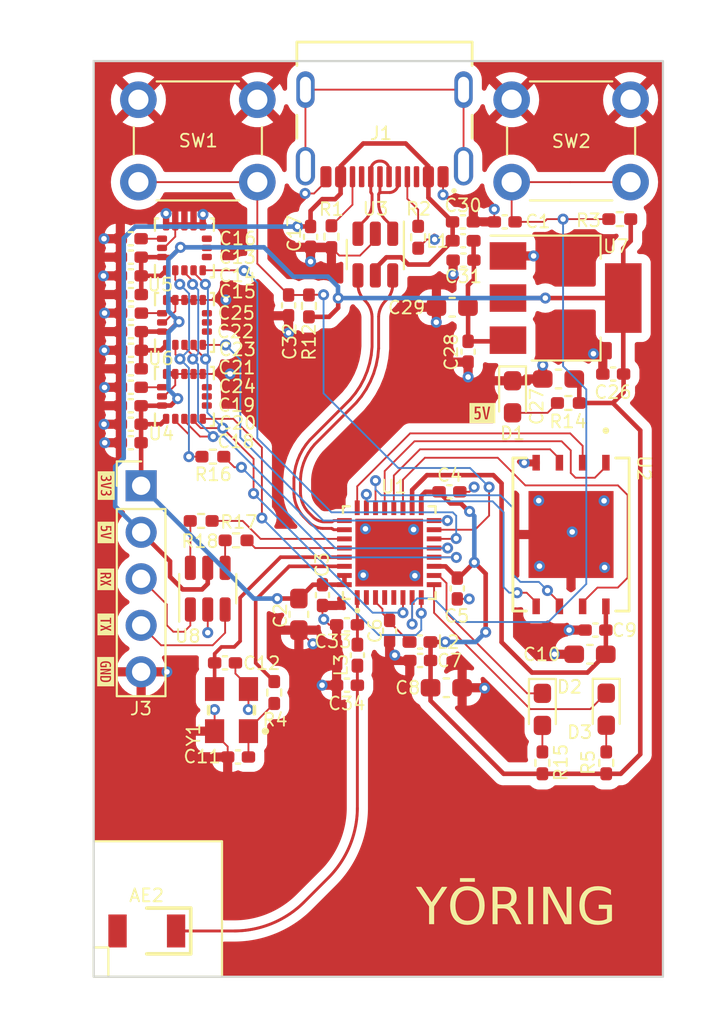
<source format=kicad_pcb>
(kicad_pcb (version 20221018) (generator pcbnew)
  (layers (0 "F.Cu" signal) (1 "In1.Cu" signal) (2 "In2.Cu" signal) (31 "B.Cu" signal) (34 "B.Paste" user) (35 "F.Paste" user) (36 "B.SilkS" user "B.Silkscreen") (37 "F.SilkS" user "F.Silkscreen") (38 "B.Mask" user) (39 "F.Mask" user) (44 "Edge.Cuts" user))
  (net 0 "")
  (net 1 "/ANTENNA_OUT")
  (net 3 "GND")
  (net 4 "CH_ENABLE")
  (net 5 "+3V3")
  (net 6 "Net-(C6-Pad2)")
  (net 7 "VDD_SPI")
  (net 8 "Net-(C11-Pad2)")
  (net 9 "XTAL_N")
  (net 10 "Net-(U5-REGOUT)")
  (net 11 "+5V")
  (net 12 "Net-(U4-REGOUT)")
  (net 13 "Net-(U6-REGOUT)")
  (net 14 "/5V_FILTERED")
  (net 15 "GPIO9")
  (net 16 "ANTENNA_LINE")
  (net 17 "Net-(D1-A)")
  (net 18 "GPIO5")
  (net 19 "Net-(D2-A)")
  (net 20 "Net-(J1-CC1)")
  (net 21 "USB_CONN_D_P")
  (net 22 "USB_CONN_D_N")
  (net 24 "Net-(J1-CC2)")
  (net 26 "unconnected-(J1-SHIELD-PadSH)")
  (net 27 "Net-(D3-A)")
  (net 29 "GPIO4")
  (net 30 "UART0_TX_CONN")
  (net 31 "UART0_RX_CONN")
  (net 32 "XTAL_P")
  (net 33 "SPID")
  (net 34 "SPIQ")
  (net 35 "SPIWP")
  (net 36 "SPIHD")
  (net 37 "SPICLK")
  (net 38 "USB_D_N")
  (net 39 "USB_D_P")
  (net 40 "Net-(U1-MTCK)")
  (net 41 "SSPI_CLK")
  (net 42 "Net-(U1-U0RXD)")
  (net 43 "UART0_RX")
  (net 44 "Net-(U1-U0TXD)")
  (net 45 "UART0_TX")
  (net 46 "SSPI_IQ")
  (net 47 "SSPI_CS2")
  (net 48 "SSPI_ID")
  (net 49 "SSPI_CS3")
  (net 50 "SSPI_CS1")
  (net 51 "SPICSO")
  (footprint "Capacitor_SMD:C_0402_1005Metric_Pad0.74x0.62mm_HandSolder" (layer "F.Cu") (at 96.245 54.3025)
    (fp_text reference "C25")
    (fp_text value "100n")
  )
  (footprint "Capacitor_SMD:C_0402_1005Metric_Pad0.74x0.62mm_HandSolder" (layer "F.Cu") (at 116.67 49.32)
    (fp_text reference "C1")
    (fp_text value "100n")
  )
  (footprint "Resistor_SMD:R_0402_1005Metric_Pad0.72x0.64mm_HandSolder" (layer "F.Cu") (at 111.94 50.16 -90)
    (fp_text reference "R2")
    (fp_text value "5k1")
  )
  (footprint "Capacitor_SMD:C_0402_1005Metric_Pad0.74x0.62mm_HandSolder" (layer "F.Cu") (at 96.245 55.3125)
    (fp_text reference "C22")
    (fp_text value "100n")
  )
  (footprint "Resistor_SMD:R_0402_1005Metric_Pad0.72x0.64mm_HandSolder" (layer "F.Cu") (at 118.73 78.86 90)
    (fp_text reference "R15")
    (fp_text value "1k2")
  )
  (footprint "kibuzzard-64F24993" (layer "F.Cu") (at 94.88 66.28 -90)
    (fp_text reference "kibuzzard-64F24993" hide)
    (fp_text value "G***" hide)
  )
  (footprint "Capacitor_SMD:C_0402_1005Metric_Pad0.74x0.62mm_HandSolder" (layer "F.Cu") (at 104.86 53.88 90)
    (fp_text reference "C32")
    (fp_text value "100n")
  )
  (footprint "LED_SMD:LED_0603_1608Metric_Pad1.05x0.95mm_HandSolder" (layer "F.Cu") (at 118.73 75.94 -90)
    (fp_text reference "D2")
    (fp_text value "Green")
  )
  (footprint "Capacitor_SMD:C_0402_1005Metric_Pad0.74x0.62mm_HandSolder" (layer "F.Cu") (at 121.63 71.61)
    (fp_text reference "C9")
    (fp_text value "100n")
  )
  (footprint "Resistor_SMD:R_0402_1005Metric_Pad0.72x0.64mm_HandSolder" (layer "F.Cu") (at 100.72 62.14 180)
    (fp_text reference "R16")
    (fp_text value "22R")
  )
  (footprint "Package_LGA:LGA-16_3x3mm_P0.5mm_LayoutBorder3x5y" (layer "F.Cu") (at 99.17 54.81 90)
    (fp_text reference "U6")
    (fp_text value "ICM-20602")
  )
  (footprint "iridium-footprints:ABM810000MHZ12D2W" (layer "F.Cu") (at 101.74 75.98 90)
    (fp_text reference "Y1")
    (fp_text value "40.000MHZ" hide)
  )
  (footprint "Resistor_SMD:R_0402_1005Metric_Pad0.72x0.64mm_HandSolder" (layer "F.Cu") (at 107.2 50.13 -90)
    (fp_text reference "R1")
    (fp_text value "5k1")
  )
  (footprint "Button_Switch_THT:SW_PUSH_6mm_H5mm" (layer "F.Cu") (at 117.05 42.65)
    (fp_text reference "SW2")
    (fp_text value "SW_MEC_5E")
  )
  (footprint "Capacitor_SMD:C_0402_1005Metric_Pad0.74x0.62mm_HandSolder" (layer "F.Cu") (at 96.2325 60.37)
    (fp_text reference "C20")
    (fp_text value "10n")
  )
  (footprint "Capacitor_SMD:C_0402_1005Metric_Pad0.74x0.62mm_HandSolder" (layer "F.Cu") (at 101.385 73.4 180)
    (fp_text reference "C12")
    (fp_text value "12p")
  )
  (footprint "kibuzzard-64F249B1" (layer "F.Cu") (at 94.87 71.3 -90)
    (fp_text reference "kibuzzard-64F249B1" hide)
    (fp_text value "G***" hide)
  )
  (footprint "iridium-footprints:WSON8_8060_IS25LP_ISI" (layer "F.Cu") (at 120.295 66.3919 -90)
    (fp_text reference "U2")
    (fp_text value "IS25LP016D-JLLE")
  )
  (footprint "Capacitor_SMD:C_0603_1608Metric_Pad1.08x0.95mm_HandSolder" (layer "F.Cu") (at 105.42 70.75 90)
    (fp_text reference "C2")
    (fp_text value "10u")
  )
  (footprint "Package_LGA:LGA-16_3x3mm_P0.5mm_LayoutBorder3x5y" (layer "F.Cu") (at 99.165 58.85 90)
    (fp_text reference "U4")
    (fp_text value "ICM-20602")
  )
  (footprint "Capacitor_SMD:C_0402_1005Metric_Pad0.74x0.62mm_HandSolder" (layer "F.Cu") (at 108.05 74.62 180)
    (fp_text reference "C34")
    (fp_text value "3p3")
  )
  (footprint "Capacitor_SMD:C_0402_1005Metric_Pad0.74x0.62mm_HandSolder" (layer "F.Cu") (at 96.235 57.3425)
    (fp_text reference "C21")
    (fp_text value "2u2")
  )
  (footprint "Resistor_SMD:R_0402_1005Metric_Pad0.72x0.64mm_HandSolder" (layer "F.Cu") (at 105.97 53.91 -90)
    (fp_text reference "R12")
    (fp_text value "5k1")
  )
  (footprint "Inductor_SMD:L_0402_1005Metric_Pad0.77x0.64mm_HandSolder" (layer "F.Cu") (at 114.3975 50.35)
    (fp_text reference "L1")
    (fp_text value "2n2")
  )
  (footprint "Capacitor_SMD:C_0402_1005Metric_Pad0.74x0.62mm_HandSolder" (layer "F.Cu") (at 110.38 71.6475 90)
    (fp_text reference "C6")
    (fp_text value "100n")
  )
  (footprint "Capacitor_SMD:C_0402_1005Metric_Pad0.74x0.62mm_HandSolder" (layer "F.Cu") (at 106.71 69.7 90)
    (fp_text reference "C3")
    (fp_text value "100n")
  )
  (footprint "Capacitor_SMD:C_0402_1005Metric_Pad0.74x0.62mm_HandSolder" (layer "F.Cu") (at 96.23 59.36)
    (fp_text reference "C19")
    (fp_text value "100n")
  )
  (footprint "Capacitor_SMD:C_0402_1005Metric_Pad0.74x0.62mm_HandSolder" (layer "F.Cu") (at 96.23 61.38)
    (fp_text reference "C18")
    (fp_text value "2u2")
  )
  (footprint "Capacitor_SMD:C_0402_1005Metric_Pad0.74x0.62mm_HandSolder" (layer "F.Cu") (at 114.3875 49.32)
    (fp_text reference "C30")
    (fp_text value "100n")
  )
  (footprint "Capacitor_SMD:C_0402_1005Metric_Pad0.74x0.62mm_HandSolder" (layer "F.Cu") (at 112.05 73.27)
    (fp_text reference "C7")
    (fp_text value "100n")
  )
  (footprint "Capacitor_SMD:C_0402_1005Metric_Pad0.74x0.62mm_HandSolder" (layer "F.Cu") (at 96.24 53.29)
    (fp_text reference "C15")
    (fp_text value "2u2")
  )
  (footprint "iridium-footprints:USB-C_GCT_USB4105-GF-A" (layer "F.Cu") (at 110.1 43.355 180)
    (fp_text reference "J1")
    (fp_text value "USB-C_USB4105-GF-A")
  )
  (footprint "Inductor_SMD:L_0402_1005Metric_Pad0.77x0.64mm_HandSolder" (layer "F.Cu") (at 108.62 72.98 -90)
    (fp_text reference "L3")
    (fp_text value "2n2")
  )
  (footprint "Package_TO_SOT_SMD:SOT-223-3_TabPin2" (layer "F.Cu") (at 120 53.48)
    (fp_text reference "U7")
    (fp_text value "AMS1117-3.3")
  )
  (footprint "kibuzzard-64F24971" (layer "F.Cu") (at 94.89 63.72 -90)
    (fp_text reference "kibuzzard-64F24971" hide)
    (fp_text value "G***" hide)
  )
  (footprint "Package_TO_SOT_SMD:SOT-23-6" (layer "F.Cu") (at 109.6 51.1055 -90)
    (fp_text reference "U3")
    (fp_text value "USBLC6-2SC6")
  )
  (footprint "LED_SMD:LED_0603_1608Metric_Pad1.05x0.95mm_HandSolder" (layer "F.Cu") (at 117.1 58.8725 -90)
    (fp_text reference "D1")
    (fp_text value "Green")
  )
  (footprint "Capacitor_SMD:C_0402_1005Metric_Pad0.74x0.62mm_HandSolder" (layer "F.Cu") (at 113.65 64.06)
    (fp_text reference "C4")
    (fp_text value "100n")
  )
  (footprint "Package_TO_SOT_SMD:SOT-23-6" (layer "F.Cu") (at 100.44 69.35 90)
    (fp_text reference "U8")
    (fp_text value "USBLC6-2SC6")
  )
  (footprint "Capacitor_SMD:C_0402_1005Metric_Pad0.74x0.62mm_HandSolder" (layer "F.Cu") (at 96.235 52.2675)
    (fp_text reference "C14")
    (fp_text value "10n")
  )
  (footprint "Capacitor_SMD:C_0402_1005Metric_Pad0.74x0.62mm_HandSolder" (layer "F.Cu") (at 96.235 51.2475)
    (fp_text reference "C13")
    (fp_text value "100n")
  )
  (footprint "Capacitor_SMD:C_0402_1005Metric_Pad0.74x0.62mm_HandSolder" (layer "F.Cu") (at 114.08 69.34 90)
    (fp_text reference "C5")
    (fp_text value "100n")
  )
  (footprint "Capacitor_SMD:C_0603_1608Metric_Pad1.08x0.95mm_HandSolder" (layer "F.Cu") (at 113.48 74.76 180)
    (fp_text reference "C8")
    (fp_text value "10u")
  )
  (footprint "Capacitor_SMD:C_0402_1005Metric_Pad0.74x0.62mm_HandSolder" (layer "F.Cu") (at 102.0975 78.54)
    (fp_text reference "C11")
    (fp_text value "12p")
  )
  (footprint "kibuzzard-64F24942" (layer "F.Cu") (at 115.45 59.76)
    (fp_text reference "kibuzzard-64F24942" hide)
    (fp_text value "G***" hide)
  )
  (footprint "Capacitor_SMD:C_0402_1005Metric_Pad0.74x0.62mm_HandSolder" (layer "F.Cu") (at 114.67 56.41 -90)
    (fp_text reference "C28")
    (fp_text value "100n")
  )
  (footprint "Capacitor_SMD:C_0603_1608Metric_Pad1.08x0.95mm_HandSolder" (layer "F.Cu") (at 113.8 53.98 180)
    (fp_text reference "C29")
    (fp_text value "10u")
  )
  (footprint "Capacitor_SMD:C_0402_1005Metric_Pad0.74x0.62mm_HandSolder" (layer "F.Cu") (at 122.6 57.63 180)
    (fp_text reference "C26")
    (fp_text value "100n")
  )
  (footprint "Button_Switch_THT:SW_PUSH_6mm_H5mm" (layer "F.Cu") (at 96.65 42.65)
    (fp_text reference "SW1")
    (fp_text value "SW_MEC_5E")
  )
  (footprint "Resistor_SMD:R_0402_1005Metric_Pad0.72x0.64mm_HandSolder" (layer "F.Cu") (at 122.96 49.17)
    (fp_text reference "R3")
    (fp_text value "5k1")
  )
  (footprint "Resistor_SMD:R_0402_1005Metric_Pad0.72x0.64mm_HandSolder" (layer "F.Cu") (at 122.22 78.86 90)
    (fp_text reference "R5")
    (fp_text value "1k2")
  )
  (footprint "iridium-footprints:QFN50P500X500X80-33N" (layer "F.Cu") (at 110.36 67.38 90)
    (fp_text reference "U1")
    (fp_text value "ESP32C3")
  )
  (footprint "Capacitor_SMD:C_0402_1005Metric_Pad0.74x0.62mm_HandSolder" (layer "F.Cu") (at 96.235 58.3525)
    (fp_text reference "C24")
    (fp_text value "100n")
  )
  (footprint "iridium-footprints:ANTC3216X130N" (layer "F.Cu") (at 97.11 88.04 180)
    (fp_text reference "AE2")
    (fp_text value "ACAG0301-2450-T" hide)
  )
  (footprint "Capacitor_SMD:C_0603_1608Metric_Pad1.08x0.95mm_HandSolder" (layer "F.Cu") (at 119.61 57.9 180)
    (fp_text reference "C27")
    (fp_text value "10u")
  )
  (footprint "Inductor_SMD:L_0402_1005Metric_Pad0.77x0.64mm_HandSolder" (layer "F.Cu") (at 112.04 72.26)
    (fp_text reference "L2")
    (fp_text value "2n2")
  )
  (footprint "Capacitor_SMD:C_0603_1608Metric_Pad1.08x0.95mm_HandSolder" (layer "F.Cu") (at 121.33 72.93)
    (fp_text reference "C10")
    (fp_text value "10u")
  )
  (footprint "Capacitor_SMD:C_0402_1005Metric_Pad0.74x0.62mm_HandSolder" (layer "F.Cu") (at 114.4175 51.41 180)
    (fp_text reference "C31")
    (fp_text value "100n")
  )
  (footprint "Resistor_SMD:R_0402_1005Metric_Pad0.72x0.64mm_HandSolder" (layer "F.Cu") (at 104.075 75.02 90)
    (fp_text reference "R4")
    (fp_text value "22R")
  )
  (footprint "Capacitor_SMD:C_0402_1005Metric_Pad0.74x0.62mm_HandSolder" (layer "F.Cu") (at 108.05 71.32 180)
    (fp_text reference "C33")
    (fp_text value "3p3")
  )
  (footprint "Capacitor_SMD:C_0402_1005Metric_Pad0.74x0.62mm_HandSolder" (layer "F.Cu") (at 106.06 50.14 -90)
    (fp_text reference "C17")
    (fp_text value "100n")
  )
  (footprint "Resistor_SMD:R_0402_1005Metric_Pad0.72x0.64mm_HandSolder" (layer "F.Cu") (at 101.99 66.71 180)
    (fp_text reference "R18")
    (fp_text value "470R")
  )
  (footprint "kibuzzard-64F249BD" (layer "F.Cu") (at 94.86 73.88 -90)
    (fp_text reference "kibuzzard-64F249BD" hide)
    (fp_text value "G***" hide)
  )
  (footprint "Package_LGA:LGA-16_3x3mm_P0.5mm_LayoutBorder3x5y" (layer "F.Cu") (at 99.165 50.74 90)
    (fp_text reference "U5")
    (fp_text value "ICM-20602")
  )
  (footprint "Connector_PinHeader_2.54mm:PinHeader_1x05_P2.54mm_Vertical" (layer "F.Cu") (at 96.8 63.73)
    (fp_text reference "J3")
    (fp_text value "Conn_01x05")
  )
  (footprint "Resistor_SMD:R_0402_1005Metric_Pad0.72x0.64mm_HandSolder" (layer "F.Cu") (at 120.15 59.21 180)
    (fp_text reference "R14")
    (fp_text value "1k2")
  )
  (footprint "Resistor_SMD:R_0402_1005Metric_Pad0.72x0.64mm_HandSolder" (layer "F.Cu") (at 100.08 65.65 180)
    (fp_text reference "R17")
    (fp_text value "470R")
  )
  (footprint "Capacitor_SMD:C_0402_1005Metric_Pad0.74x0.62mm_HandSolder" (layer "F.Cu") (at 96.245 56.3325)
    (fp_text reference "C23")
    (fp_text value "10n")
  )
  (footprint "LED_SMD:LED_0603_1608Metric_Pad1.05x0.95mm_HandSolder" (layer "F.Cu") (at 122.22 75.93 -90)
    (fp_text reference "D3")
    (fp_text value "Green")
  )
  (footprint "kibuzzard-64F249A3" (layer "F.Cu") (at 94.87 68.84 -90)
    (fp_text reference "kibuzzard-64F249A3" hide)
    (fp_text value "G***" hide)
  )
  (footprint "Capacitor_SMD:C_0402_1005Metric_Pad0.74x0.62mm_HandSolder" (layer "F.Cu") (at 96.23 50.24)
    (fp_text reference "C16")
    (fp_text value "100n")
  )
  (gr_rect (start 94.21 88.94) (end 95.01 90.54) (stroke (width 0.12)) (fill none) (layer "F.SilkS"))
  (gr_rect (start 94.21 83.14) (end 101.22 90.54) (stroke (width 0.12)) (fill none) (layer "F.SilkS"))
  (gr_rect (start 94.21 40.54) (end 125.32 90.54) (stroke (width 0.12)) (fill none) (layer "Edge.Cuts"))
  (gr_text "YŌRING" (at 111.82 88.01) (layer "F.SilkS") (effects (font (size 2 2) (thickness 0.375)) (justify left bottom)))
  (segment (start 105.405023 86.740646) (end 105.353926 86.78364) (width 0.157) (layer "F.Cu") (net 1))
  (segment (start 108.61668 81.398697) (end 108.615041 81.465456) (width 0.157) (layer "F.Cu") (net 1))
  (segment (start 105.505614 86.652793) (end 105.455588 86.697028) (width 0.157) (layer "F.Cu") (net 1))
  (segment (start 108.332379 83.037153) (end 108.310655 83.100299) (width 0.157) (layer "F.Cu") (net 1))
  (segment (start 102.243041 88.02771) (end 102.309638 88.022798) (width 0.157) (layer "F.Cu") (net 1))
  (segment (start 107.445231 84.672668) (end 107.403504 84.724805) (width 0.157) (layer "F.Cu") (net 1))
  (segment (start 103.035706 87.915094) (end 103.100862 87.900463) (width 0.157) (layer "F.Cu") (net 1))
  (segment (start 108.137134 83.534199) (end 108.164196 83.47315) (width 0.157) (layer "F.Cu") (net 1))
  (segment (start 105.197525 86.908815) (end 105.250169 86.867731) (width 0.157) (layer "F.Cu") (net 1))
  (segment (start 108.609305 81.598888) (end 108.60521 81.665541) (width 0.157) (layer "F.Cu") (net 1))
  (segment (start 103.677798 87.733155) (end 103.740673 87.710658) (width 0.157) (layer "F.Cu") (net 1))
  (segment (start 102.90488 87.941953) (end 102.839229 87.954176) (width 0.157) (layer "F.Cu") (net 1))
  (segment (start 108.609305 81.598888) (end 108.612583 81.532189) (width 0.157) (layer "F.Cu") (net 1))
  (segment (start 107.486316 84.620023) (end 107.445231 84.672668) (width 0.157) (layer "F.Cu") (net 1))
  (segment (start 103.803267 87.687391) (end 103.740673 87.710658) (width 0.157) (layer "F.Cu") (net 1))
  (segment (start 104.529111 87.349526) (end 104.470609 87.381725) (width 0.157) (layer "F.Cu") (net 1))
  (segment (start 108.446308 82.653111) (end 108.429289 82.717684) (width 0.157) (layer "F.Cu") (net 1))
  (segment (start 104.292792 87.473984) (end 104.23278 87.503274) (width 0.157) (layer "F.Cu") (net 1))
  (segment (start 108.572488 81.997777) (end 108.563501 82.063948) (width 0.157) (layer "F.Cu") (net 1))
  (segment (start 103.927575 87.638562) (end 103.989272 87.613006) (width 0.157) (layer "F.Cu") (net 1))
  (segment (start 108.411478 82.782043) (end 108.429289 82.717684) (width 0.157) (layer "F.Cu") (net 1))
  (segment (start 108.617743 73.555327) (end 108.617903 73.554939) (width 0.157) (layer "F.Cu") (net 1))
  (segment (start 108.190506 83.411772) (end 108.216061 83.350077) (width 0.157) (layer "F.Cu") (net 1))
  (segment (start 105.604019 86.562498) (end 105.555094 86.607947) (width 0.157) (layer "F.Cu") (net 1))
  (segment (start 103.927575 87.638562) (end 103.865571 87.663358) (width 0.157) (layer "F.Cu") (net 1))
  (segment (start 108.288158 83.163174) (end 108.264891 83.225768) (width 0.157) (layer "F.Cu") (net 1))
  (segment (start 107.681879 84.349458) (end 107.6441 84.404523) (width 0.157) (layer "F.Cu") (net 1))
  (segment (start 107.959225 83.893109) (end 107.990705 83.834215) (width 0.157) (layer "F.Cu") (net 1))
  (segment (start 108.411478 82.782043) (end 108.392879 82.846179) (width 0.157) (layer "F.Cu") (net 1))
  (segment (start 108.240857 83.288072) (end 108.216061 83.350077) (width 0.157) (layer "F.Cu") (net 1))
  (segment (start 102.442628 88.010522) (end 102.37617 88.017068) (width 0.157) (layer "F.Cu") (net 1))
  (segment (start 108.137134 83.534199) (end 108.109325 83.594912) (width 0.157) (layer "F.Cu") (net 1))
  (segment (start 107.230293 84.928114) (end 107.185447 84.977594) (width 0.157) (layer "F.Cu") (net 1))
  (segment (start 108.462534 82.588333) (end 108.446308 82.653111) (width 0.157) (layer "F.Cu") (net 1))
  (segment (start 108.373493 82.910084) (end 108.392879 82.846179) (width 0.157) (layer "F.Cu") (net 1))
  (segment (start 104.982024 87.066601) (end 105.036622 87.02815) (width 0.157) (layer "F.Cu") (net 1))
  (segment (start 103.035706 87.915094) (end 102.970375 87.928925) (width 0.157) (layer "F.Cu") (net 1))
  (segment (start 107.718979 84.293934) (end 107.681879 84.349458) (width 0.157) (layer "F.Cu") (net 1))
  (segment (start 108.600298 81.732138) (end 108.594568 81.79867) (width 0.157) (layer "F.Cu") (net 1))
  (segment (start 108.240857 83.288072) (end 108.264891 83.225768) (width 0.157) (layer "F.Cu") (net 1))
  (segment (start 103.295184 87.851787) (end 103.23061 87.868807) (width 0.157) (layer "F.Cu") (net 1))
  (segment (start 108.588023 81.865128) (end 108.580662 81.9315) (width 0.157) (layer "F.Cu") (net 1))
  (segment (start 105.353926 86.78364) (end 105.302306 86.826004) (width 0.157) (layer "F.Cu") (net 1))
  (segment (start 105.700179 86.469815) (end 105.652383 86.516451) (width 0.157) (layer "F.Cu") (net 1))
  (segment (start 107.755395 84.237958) (end 107.791122 84.18154) (width 0.157) (layer "F.Cu") (net 1))
  (segment (start 108.600298 81.732138) (end 108.60521 81.665541) (width 0.157) (layer "F.Cu") (net 1))
  (segment (start 102.641448 87.986) (end 102.575277 87.994987) (width 0.157) (layer "F.Cu") (net 1))
  (segment (start 104.926959 87.10438) (end 104.871434 87.141481) (width 0.157) (layer "F.Cu") (net 1))
  (segment (start 108.6175 81.331924) (end 108.6175 74.62) (width 0.157) (layer "F.Cu") (net 1))
  (segment (start 107.274528 84.878088) (end 107.230293 84.928114) (width 0.157) (layer "F.Cu") (net 1))
  (segment (start 108.543094 82.195934) (end 108.531677 82.261729) (width 0.157) (layer "F.Cu") (net 1))
  (segment (start 103.551244 87.775826) (end 103.487583 87.795993) (width 0.157) (layer "F.Cu") (net 1))
  (segment (start 107.860485 84.067409) (end 107.826154 84.124687) (width 0.157) (layer "F.Cu") (net 1))
  (segment (start 107.959225 83.893109) (end 107.927026 83.951611) (width 0.157) (layer "F.Cu") (net 1))
  (segment (start 104.982024 87.066601) (end 104.926959 87.10438) (width 0.157) (layer "F.Cu") (net 1))
  (segment (start 107.894111 84.009715) (end 107.860485 84.067409) (width 0.157) (layer "F.Cu") (net 1))
  (segment (start 108.6275 74.62) (end 108.62 74.6275) (width 0.1) (layer "F.Cu") (net 1))
  (segment (start 108.618599 73.553898) (end 108.618333 73.554221) (width 0.157) (layer "F.Cu") (net 1))
  (segment (start 105.090743 86.989031) (end 105.036622 87.02815) (width 0.157) (layer "F.Cu") (net 1))
  (segment (start 108.618599 73.553898) (end 108.62 73.5525) (width 0.157) (layer "F.Cu") (net 1))
  (segment (start 108.617621 73.555728) (end 108.61754 73.556139) (width 0.157) (layer "F.Cu") (net 1))
  (segment (start 108.080774 83.65528) (end 108.051484 83.715292) (width 0.157) (layer "F.Cu") (net 1))
  (segment (start 102.176388 88.031805) (end 102.109689 88.035082) (width 0.157) (layer "F.Cu") (net 1))
  (segment (start 108.553702 82.130003) (end 108.543094 82.195934) (width 0.157) (layer "F.Cu") (net 1))
  (segment (start 102.839229 87.954176) (end 102.773434 87.965593) (width 0.157) (layer "F.Cu") (net 1))
  (segment (start 108.109325 83.594912) (end 108.080774 83.65528) (width 0.157) (layer "F.Cu") (net 1))
  (segment (start 107.093951 85.074883) (end 107.047315 85.122679) (width 0.157) (layer "F.Cu") (net 1))
  (segment (start 103.165833 87.885033) (end 103.100862 87.900463) (width 0.157) (layer "F.Cu") (net 1))
  (segment (start 104.529111 87.349526) (end 104.587215 87.316611) (width 0.157) (layer "F.Cu") (net 1))
  (segment (start 104.871434 87.141481) (end 104.815458 87.177897) (width 0.157) (layer "F.Cu") (net 1))
  (segment (start 108.594568 81.79867) (end 108.588023 81.865128) (width 0.157) (layer "F.Cu") (net 1))
  (segment (start 103.677798 87.733155) (end 103.614652 87.754879) (width 0.157) (layer "F.Cu") (net 1))
  (segment (start 102.773434 87.965593) (end 102.707503 87.976201) (width 0.157) (layer "F.Cu") (net 1))
  (segment (start 108.519454 82.32738) (end 108.506426 82.392875) (width 0.157) (layer "F.Cu") (net 1))
  (segment (start 104.470609 87.381725) (end 104.411715 87.413205) (width 0.157) (layer "F.Cu") (net 1))
  (segment (start 104.292792 87.473984) (end 104.35244 87.44396) (width 0.157) (layer "F.Cu") (net 1))
  (segment (start 102.243041 88.02771) (end 102.176388 88.031805) (width 0.157) (layer "F.Cu") (net 1))
  (segment (start 101.976197 88.039179) (end 101.909424 88.04) (width 0.157) (layer "F.Cu") (net 1))
  (segment (start 107.36114 84.776426) (end 107.318146 84.827523) (width 0.157) (layer "F.Cu") (net 1))
  (segment (start 108.051484 83.715292) (end 108.021459 83.77494) (width 0.157) (layer "F.Cu") (net 1))
  (segment (start 107.318146 84.827523) (end 107.274528 84.878088) (width 0.157) (layer "F.Cu") (net 1))
  (segment (start 108.6175 81.331924) (end 108.61668 81.398697) (width 0.157) (layer "F.Cu") (net 1))
  (segment (start 104.75904 87.213623) (end 104.815458 87.177897) (width 0.157) (layer "F.Cu") (net 1))
  (segment (start 103.487583 87.795993) (end 103.423679 87.815378) (width 0.157) (layer "F.Cu") (net 1))
  (segment (start 105.302306 86.826004) (end 105.250169 86.867731) (width 0.157) (layer "F.Cu") (net 1))
  (segment (start 102.509 88.003162) (end 102.575277 87.994987) (width 0.157) (layer "F.Cu") (net 1))
  (segment (start 101.976197 88.039179) (end 102.042956 88.03754) (width 0.157) (layer "F.Cu") (net 1))
  (segment (start 108.61754 73.556139) (end 108.6175 73.556556) (width 0.157) (layer "F.Cu") (net 1))
  (segment (start 108.373493 82.910084) (end 108.353326 82.973745) (width 0.157) (layer "F.Cu") (net 1))
  (segment (start 105.652383 86.516451) (end 105.604019 86.562498) (width 0.157) (layer "F.Cu") (net 1))
  (segment (start 107.826154 84.124687) (end 107.791122 84.18154) (width 0.157) (layer "F.Cu") (net 1))
  (segment (start 104.75904 87.213623) (end 104.702187 87.248654) (width 0.157) (layer "F.Cu") (net 1))
  (segment (start 103.423679 87.815378) (end 103.359543 87.833977) (width 0.157) (layer "F.Cu") (net 1))
  (segment (start 108.531677 82.261729) (end 108.519454 82.32738) (width 0.157) (layer "F.Cu") (net 1))
  (segment (start 107.927026 83.951611) (end 107.894111 84.009715) (width 0.157) (layer "F.Cu") (net 1))
  (segment (start 102.90488 87.941953) (end 102.970375 87.928925) (width 0.157) (layer "F.Cu") (net 1))
  (segment (start 104.050649 87.586696) (end 103.989272 87.613006) (width 0.157) (layer "F.Cu") (net 1))
  (segment (start 103.295184 87.851787) (end 103.359543 87.833977) (width 0.157) (layer "F.Cu") (net 1))
  (segment (start 107.526751 84.566879) (end 107.56653 84.513242) (width 0.157) (layer "F.Cu") (net 1))
  (segment (start 108.190506 83.411772) (end 108.164196 83.47315) (width 0.157) (layer "F.Cu") (net 1))
  (segment (start 104.172411 87.531826) (end 104.23278 87.503274) (width 0.157) (layer "F.Cu") (net 1))
  (segment (start 108.572488 81.997777) (end 108.580662 81.9315) (width 0.157) (layer "F.Cu") (net 1))
  (segment (start 108.618101 73.55457) (end 108.617903 73.554939) (width 0.157) (layer "F.Cu") (net 1))
  (segment (start 103.551244 87.775826) (end 103.614652 87.754879) (width 0.157) (layer "F.Cu") (net 1))
  (segment (start 108.617743 73.555327) (end 108.617621 73.555728) (width 0.157) (layer "F.Cu") (net 1))
  (segment (start 108.563501 82.063948) (end 108.553702 82.130003) (width 0.157) (layer "F.Cu") (net 1))
  (segment (start 107.185447 84.977594) (end 107.139998 85.026519) (width 0.157) (layer "F.Cu") (net 1))
  (segment (start 108.615041 81.465456) (end 108.612583 81.532189) (width 0.157) (layer "F.Cu") (net 1))
  (segment (start 108.021459 83.77494) (end 107.990705 83.834215) (width 0.157) (layer "F.Cu") (net 1))
  (segment (start 107.093951 85.074883) (end 107.139998 85.026519) (width 0.157) (layer "F.Cu") (net 1))
  (segment (start 107.6441 84.404523) (end 107.605649 84.459121) (width 0.157) (layer "F.Cu") (net 1))
  (segment (start 101.909424 88.04) (end 98.71 88.04) (width 0.157) (layer "F.Cu") (net 1))
  (segment (start 102.37617 88.017068) (end 102.309638 88.022798) (width 0.157) (layer "F.Cu") (net 1))
  (segment (start 108.6175 73.556556) (end 108.6175 74.62) (width 0.157) (layer "F.Cu") (net 1))
  (segment (start 103.23061 87.868807) (end 103.165833 87.885033) (width 0.157) (layer "F.Cu") (net 1))
  (segment (start 108.310655 83.100299) (end 108.288158 83.163174) (width 0.157) (layer "F.Cu") (net 1))
  (segment (start 103.865571 87.663358) (end 103.803267 87.687391) (width 0.157) (layer "F.Cu") (net 1))
  (segment (start 108.506426 82.392875) (end 108.492595 82.458206) (width 0.157) (layer "F.Cu") (net 1))
  (segment (start 104.702187 87.248654) (end 104.64491 87.282986) (width 0.157) (layer "F.Cu") (net 1))
  (segment (start 107.36114 84.776426) (end 107.403504 84.724805) (width 0.157) (layer "F.Cu") (net 1))
  (segment (start 104.111698 87.559634) (end 104.050649 87.586696) (width 0.157) (layer "F.Cu") (net 1))
  (segment (start 108.353326 82.973745) (end 108.332379 83.037153) (width 0.157) (layer "F.Cu") (net 1))
  (segment (start 104.64491 87.282986) (end 104.587215 87.316611) (width 0.157) (layer "F.Cu") (net 1))
  (segment (start 108.477963 82.523362) (end 108.462534 82.588333) (width 0.157) (layer "F.Cu") (net 1))
  (segment (start 105.090743 86.989031) (end 105.14438 86.949251) (width 0.157) (layer "F.Cu") (net 1))
  (segment (start 105.505614 86.652793) (end 105.555094 86.607947) (width 0.157) (layer "F.Cu") (net 1))
  (segment (start 102.707503 87.976201) (end 102.641448 87.986) (width 0.157) (layer "F.Cu") (net 1))
  (segment (start 107.526751 84.566879) (end 107.486316 84.620023) (width 0.157) (layer "F.Cu") (net 1))
  (segment (start 107.755395 84.237958) (end 107.718979 84.293934) (width 0.157) (layer "F.Cu") (net 1))
  (segment (start 107.605649 84.459121) (end 107.56653 84.513242) (width 0.157) (layer "F.Cu") (net 1))
  (segment (start 102.509 88.003162) (end 102.442628 88.010522) (width 0.157) (layer "F.Cu") (net 1))
  (segment (start 102.109689 88.035082) (end 102.042956 88.03754) (width 0.157) (layer "F.Cu") (net 1))
  (segment (start 105.455588 86.697028) (end 105.405023 86.740646) (width 0.157) (layer "F.Cu") (net 1))
  (segment (start 105.197525 86.908815) (end 105.14438 86.949251) (width 0.157) (layer "F.Cu") (net 1))
  (segment (start 107.047315 85.122679) (end 105.700179 86.469815) (width 0.157) (layer "F.Cu") (net 1))
  (segment (start 104.172411 87.531826) (end 104.111698 87.559634) (width 0.157) (layer "F.Cu") (net 1))
  (segment (start 108.618333 73.554221) (end 108.618101 73.55457) (width 0.157) (layer "F.Cu") (net 1))
  (segment (start 108.477963 82.523362) (end 108.492595 82.458206) (width 0.157) (layer "F.Cu") (net 1))
  (segment (start 104.411715 87.413205) (end 104.35244 87.44396) (width 0.157) (layer "F.Cu") (net 1))
  (segment (start 116.1025 49.32) (end 116.1025 48.6325) (width 0.1) (layer "F.Cu") (net 3))
  (segment (start 116.1025 48.6325) (end 116.1 48.63) (width 0.1) (layer "F.Cu") (net 3))
  (segment (start 95.6625 61.38) (end 95.6625 50.24) (width 0.1) (layer "F.Cu") (net 3))
  (segment (start 98.67 54.195876) (end 98.67 53.585) (width 0.1) (layer "F.Cu") (net 3))
  (segment (start 98.165 48.865) (end 98.16 48.86) (width 0.1) (layer "F.Cu") (net 3))
  (segment (start 95.665 60.37) (end 94.77 60.37) (width 0.1) (layer "F.Cu") (net 3))
  (segment (start 97.94 50.74) (end 98.050876 50.74) (width 0.1) (layer "F.Cu") (net 3))
  (segment (start 110.66 72.98) (end 110.95 73.27) (width 0.1) (layer "F.Cu") (net 3))
  (segment (start 121.52 56.61) (end 121.52 56.52) (width 0.1) (layer "F.Cu") (net 3))
  (segment (start 106.9 47.12) (end 106.52 47.5) (width 0.1) (layer "F.Cu") (net 3))
  (segment (start 116.1025 49.32) (end 114.955 49.32) (width 0.1) (layer "F.Cu") (net 3))
  (segment (start 110.66 72.98) (end 110.38 72.7) (width 0.1) (layer "F.Cu") (net 3))
  (segment (start 95.6675 52.2675) (end 94.7425 52.2675) (width 0.1) (layer "F.Cu") (net 3))
  (segment (start 107.2 50.7275) (end 106.08 50.7275) (width 0.1) (layer "F.Cu") (net 3))
  (segment (start 112.9375 53.98) (end 112.9375 54.7925) (width 0.1) (layer "F.Cu") (net 3))
  (segment (start 97.945 54.81) (end 98.055876 54.81) (width 0.1) (layer "F.Cu") (net 3))
  (segment (start 94.7925 56.3325) (end 94.79 56.33) (width 0.1) (layer "F.Cu") (net 3))
  (segment (start 98.665 58.235876) (end 98.665 57.625) (width 0.1) (layer "F.Cu") (net 3))
  (segment (start 98.165 49.515) (end 98.165 48.865) (width 0.1) (layer "F.Cu") (net 3))
  (segment (start 111.94 50.7575) (end 112.4175 50.28) (width 0.1) (layer "F.Cu") (net 3))
  (segment (start 106.06 50.7075) (end 106.06 51.49) (width 0.1) (layer "F.Cu") (net 3))
  (segment (start 122.0325 57.1225) (end 121.95 57.04) (width 0.1) (layer "F.Cu") (net 3))
  (segment (start 114.67 56.9775) (end 114.67 57.79) (width 0.1) (layer "F.Cu") (net 3))
  (segment (start 118.7475 57.9) (end 118.7475 57.1525) (width 0.1) (layer "F.Cu") (net 3))
  (segment (start 102.665 74.83) (end 102.665 75.945) (width 0.1) (layer "F.Cu") (net 3))
  (segment (start 106.9 46.855) (end 106.9 47.12) (width 0.1) (layer "F.Cu") (net 3))
  (segment (start 95.6775 56.3325) (end 94.7925 56.3325) (width 0.1) (layer "F.Cu") (net 3))
  (segment (start 110.95 73.27) (end 111.4825 73.27) (width 0.1) (layer "F.Cu") (net 3))
  (segment (start 100.17 53.585) (end 101.425 53.585) (width 0.1) (layer "F.Cu") (net 3))
  (segment (start 121.95 57.04) (end 121.52 56.61) (width 0.1) (layer "F.Cu") (net 3))
  (segment (start 109.6 50.32) (end 108.76 51.16) (width 0.1) (layer "F.Cu") (net 3))
  (segment (start 101.655 57.625) (end 101.66 57.62) (width 0.1) (layer "F.Cu") (net 3))
  (segment (start 94.8 58.36) (end 94.8075 58.3525) (width 0.1) (layer "F.Cu") (net 3))
  (segment (start 112.4175 50.28) (end 112.84 50.28) (width 0.1) (layer "F.Cu") (net 3))
  (segment (start 120.4675 72.93) (end 119.39 72.93) (width 0.1) (layer "F.Cu") (net 3))
  (segment (start 117.1975 57.9) (end 117.1 57.9975) (width 0.1) (layer "F.Cu") (net 3))
  (segment (start 121.0625 71.61) (end 120.19 71.61) (width 0.1) (layer "F.Cu") (net 3))
  (segment (start 101.9525 73.9825) (end 101.9525 73.4) (width 0.1) (layer "F.Cu") (net 3))
  (segment (start 108.76 51.16) (end 107.6325 51.16) (width 0.1) (layer "F.Cu") (net 3))
  (segment (start 95.6775 54.3025) (end 94.8025 54.3025) (width 0.1) (layer "F.Cu") (net 3))
  (segment (start 110.38 72.7) (end 110.38 72.215) (width 0.1) (layer "F.Cu") (net 3))
  (segment (start 98.665 50.125876) (end 98.665 49.515) (width 0.1) (layer "F.Cu") (net 3))
  (segment (start 107.4825 74.62) (end 106.69 74.62) (width 0.1) (layer "F.Cu") (net 3))
  (segment (start 118.39 62.47) (end 117.74 62.47) (width 0.1) (layer "F.Cu") (net 3))
  (segment (start 98.185 53.585) (end 100.185 53.585) (width 0.1) (layer "F.Cu") (net 3))
  (segment (start 101.53 77.97) (end 101.53 78.54) (width 0.1) (layer "F.Cu") (net 3))
  (segment (start 95.6625 61.38) (end 94.81 61.38) (width 0.1) (layer "F.Cu") (net 3))
  (segment (start 106.52 47.5) (end 106.25 47.77) (width 0.1) (layer "F.Cu") (net 3))
  (segment (start 109.6 49.968) (end 109.6 50.32) (width 0.1) (layer "F.Cu") (net 3))
  (segment (start 98.050876 58.85) (end 98.665 58.235876) (width 0.1) (layer "F.Cu") (net 3))
  (segment (start 98.050876 50.74) (end 98.665 50.125876) (width 0.1) (layer "F.Cu") (net 3))
  (segment (start 100.815 77.13) (end 100.815 77.255) (width 0.1) (layer "F.Cu") (net 3))
  (segment (start 100.815 75.955) (end 100.81 75.95) (width 0.1) (layer "F.Cu") (net 3))
  (segment (start 102.665 74.695) (end 101.9525 73.9825) (width 0.1) (layer "F.Cu") (net 3))
  (segment (start 95.6625 50.24) (end 94.77 50.24) (width 0.1) (layer "F.Cu") (net 3))
  (segment (start 97.94 58.85) (end 98.050876 58.85) (width 0.1) (layer "F.Cu") (net 3))
  (segment (start 107.08 71.32) (end 106.78 71.02) (width 0.1) (layer "F.Cu") (net 3))
  (segment (start 104.86 54.4475) (end 104.86 55.38) (width 0.1) (layer "F.Cu") (net 3))
  (segment (start 106.08 50.7275) (end 106.06 50.7075) (width 0.1) (layer "F.Cu") (net 3))
  (segment (start 100.18 48.91) (end 100.165 48.925) (width 0.1) (layer "F.Cu") (net 3))
  (segment (start 114.73 69.91) (end 114.7275 69.9075) (width 0.1) (layer "F.Cu") (net 3))
  (segment (start 98.165 57.625) (end 100.165 57.625) (width 0.1) (layer "F.Cu") (net 3))
  (segment (start 113.302 47.838) (end 113.3 47.84) (width 0.1) (layer "F.Cu") (net 3))
  (segment (start 116.85 51.18) (end 118.25 51.18) (width 0.1) (layer "F.Cu") (net 3))
  (segment (start 94.8075 58.3525) (end 95.6675 58.3525) (width 0.1) (layer "F.Cu") (net 3))
  (segment (start 98.165 49.515) (end 100.165 49.515) (width 0.1) (layer "F.Cu") (net 3))
  (segment (start 94.8025 54.3025) (end 94.8 54.3) (width 0.1) (layer "F.Cu") (net 3))
  (segment (start 102.665 75.945) (end 102.66 75.95) (width 0.1) (layer "F.Cu") (net 3))
  (segment (start 115.55 74.76) (end 115.57 74.78) (width 0.1) (layer "F.Cu") (net 3))
  (segment (start 100.165 57.625) (end 101.655 57.625) (width 0.1) (layer "F.Cu") (net 3))
  (segment (start 100.815 77.13) (end 100.815 75.955) (width 0.1) (layer "F.Cu") (net 3))
  (segment (start 107.6325 51.16) (end 107.2 50.7275) (width 0.1) (layer "F.Cu") (net 3))
  (segment (start 100.165 48.925) (end 100.165 49.515) (width 0.1) (layer "F.Cu") (net 3))
  (segment (start 106.1675 72.36) (end 106.19 72.36) (width 0.1) (layer "F.Cu") (net 3))
  (segment (start 118.7475 57.9) (end 117.1975 57.9) (width 0.1) (layer "F.Cu") (net 3))
  (segment (start 114.7405 64.06) (end 115 63.8005) (width 0.1) (layer "F.Cu") (net 3))
  (segment (start 98.055876 54.81) (end 98.67 54.195876) (width 0.1) (layer "F.Cu") (net 3))
  (segment (start 113.85 51.41) (end 113.85 52.17) (width 0.1) (layer "F.Cu") (net 3))
  (segment (start 107.4825 71.32) (end 107.08 71.32) (width 0.1) (layer "F.Cu") (net 3))
  (segment (start 105.42 71.6125) (end 106.1675 72.36) (width 0.1) (layer "F.Cu") (net 3))
  (segment (start 100.815 77.255) (end 101.53 77.97) (width 0.1) (layer "F.Cu") (net 3))
  (segment (start 113.302 46.855) (end 113.302 47.838) (width 0.1) (layer "F.Cu") (net 3))
  (segment (start 114.2175 64.06) (end 114.7405 64.06) (width 0.1) (layer "F.Cu") (net 3))
  (segment (start 106.71 70.95) (end 106.78 71.02) (width 0.1) (layer "F.Cu") (net 3))
  (segment (start 101.425 53.585) (end 101.43 53.58) (width 0.1) (layer "F.Cu") (net 3))
  (segment (start 106.25 47.77) (end 105.76 47.77) (width 0.1) (layer "F.Cu") (net 3))
  (segment (start 106.71 70.2675) (end 106.71 70.95) (width 0.1) (layer "F.Cu") (net 3))
  (segment (start 122.0325 57.63) (end 122.0325 57.1225) (width 0.1) (layer "F.Cu") (net 3))
  (segment (start 118.7475 57.1525) (end 118.75 57.15) (width 0.1) (layer "F.Cu") (net 3))
  (segment (start 114.3425 74.76) (end 115.55 74.76) (width 0.1) (layer "F.Cu") (net 3))
  (segment (start 112.9375 54.7925) (end 112.93 54.8) (width 0.1) (layer "F.Cu") (net 3))
  (segment (start 114.7275 69.9075) (end 114.08 69.9075) (width 0.1) (layer "F.Cu") (net 3))
  (segment (start 96.8 73.89) (end 98.21 73.89) (width 0.1) (layer "F.Cu") (net 3))
  (segment (start 94.7425 52.2675) (end 94.74 52.27) (width 0.1) (layer "F.Cu") (net 3))
  (segment (start 100.44 70.4875) (end 100.44 71.75) (width 0.1) (layer "F.Cu") (net 3))
  (segment (start 102.665 74.83) (end 102.665 74.695) (width 0.1) (layer "F.Cu") (net 3))
  (via (at 115.57 74.78) (size 0.6) (drill 0.3) (layers "F.Cu" "B.Cu") (net 3))
  (via (at 122.1 64.55) (size 0.6) (drill 0.3) (layers "F.Cu" "B.Cu") (net 3))
  (via (at 106.78 71.02) (size 0.6) (drill 0.3) (layers "F.Cu" "B.Cu") (net 3))
  (via (at 106.69 74.62) (size 0.6) (drill 0.3) (layers "F.Cu" "B.Cu") (net 3))
  (via (at 102.66 75.95) (size 0.6) (drill 0.3) (layers "F.Cu" "B.Cu") (net 3))
  (via (at 122.13 68.19) (size 0.6) (drill 0.3) (layers "F.Cu" "B.Cu") (net 3))
  (via (at 94.74 52.27) (size 0.6) (drill 0.3) (layers "F.Cu" "B.Cu") (net 3))
  (via (at 104.86 55.38) (size 0.6) (drill 0.3) (layers "F.Cu" "B.Cu") (net 3))
  (via (at 111.69 66.12) (size 0.6) (drill 0.3) (layers "F.Cu" "B.Cu") (net 3))
  (via (at 98.21 73.89) (size 0.6) (drill 0.3) (layers "F.Cu" "B.Cu") (net 3))
  (via (at 112.93 54.8) (size 0.6) (drill 0.3) (layers "F.Cu" "B.Cu") (net 3))
  (via (at 118.75 57.15) (size 0.6) (drill 0.3) (layers "F.Cu" "B.Cu") (net 3))
  (via (at 105.76 47.77) (size 0.6) (drill 0.3) (layers "F.Cu" "B.Cu") (net 3))
  (via (at 101.43 53.58) (size 0.6) (drill 0.3) (layers "F.Cu" "B.Cu") (net 3))
  (via (at 121.52 56.52) (size 0.6) (drill 0.3) (layers "F.Cu" "B.Cu") (net 3))
  (via (at 94.81 61.38) (size 0.6) (drill 0.3) (layers "F.Cu" "B.Cu") (net 3))
  (via (at 115 63.8005) (size 0.6) (drill 0.3) (layers "F.Cu" "B.Cu") (net 3))
  (via (at 100.18 48.91) (size 0.6) (drill 0.3) (layers "F.Cu" "B.Cu") (net 3))
  (via (at 101.66 57.62) (size 0.6) (drill 0.3) (layers "F.Cu" "B.Cu") (net 3))
  (via (at 114.67 57.79) (size 0.6) (drill 0.3) (layers "F.Cu" "B.Cu") (net 3))
  (via (at 94.77 50.24) (size 0.6) (drill 0.3) (layers "F.Cu" "B.Cu") (net 3))
  (via (at 119.39 72.93) (size 0.6) (drill 0.3) (layers "F.Cu" "B.Cu") (net 3))
  (via (at 109.06 66.08) (size 0.6) (drill 0.3) (layers "F.Cu" "B.Cu") (net 3))
  (via (at 113.3 47.84) (size 0.6) (drill 0.3) (layers "F.Cu" "B.Cu") (net 3))
  (via (at 114.73 69.91) (size 0.6) (drill 0.3) (layers "F.Cu" "B.Cu") (net 3))
  (via (at 94.8 58.36) (size 0.6) (drill 0.3) (layers "F.Cu" "B.Cu") (net 3))
  (via (at 118.57 68.12) (size 0.6) (drill 0.3) (layers "F.Cu" "B.Cu") (net 3))
  (via (at 111.76 68.64) (size 0.6) (drill 0.3) (layers "F.Cu" "B.Cu") (net 3))
  (via (at 116.1 48.63) (size 0.6) (drill 0.3) (layers "F.Cu" "B.Cu") (net 3))
  (via (at 112.84 50.28) (size 0.6) (drill 0.3) (layers "F.Cu" "B.Cu") (net 3))
  (via (at 100.44 71.75) (size 0.6) (drill 0.3) (layers "F.Cu" "B.Cu") (net 3))
  (via (at 108.94 68.61) (size 0.6) (drill 0.3) (layers "F.Cu" "B.Cu") (net 3))
  (via (at 117.74 62.47) (size 0.6) (drill 0.3) (layers "F.Cu" "B.Cu") (net 3))
  (via (at 120.36 66.25) (size 0.6) (drill 0.3) (layers "F.Cu" "B.Cu") (net 3))
  (via (at 110.66 72.98) (size 0.6) (drill 0.3) (layers "F.Cu" "B.Cu") (net 3))
  (via (at 94.79 56.33) (size 0.6) (drill 0.3) (layers "F.Cu" "B.Cu") (net 3))
  (via (at 118.53 64.54) (size 0.6) (drill 0.3) (layers "F.Cu" "B.Cu") (net 3))
  (via (at 120.19 71.61) (size 0.6) (drill 0.3) (layers "F.Cu" "B.Cu") (net 3))
  (via (at 98.16 48.86) (size 0.6) (drill 0.3) (layers "F.Cu" "B.Cu") (net 3))
  (via (at 100.81 75.95) (size 0.6) (drill 0.3) (layers "F.Cu" "B.Cu") (net 3))
  (via (at 94.77 60.37) (size 0.6) (drill 0.3) (layers "F.Cu" "B.Cu") (net 3))
  (via (at 94.8 54.3) (size 0.6) (drill 0.3) (layers "F.Cu" "B.Cu") (net 3))
  (via (at 106.19 72.36) (size 0.6) (drill 0.3) (layers "F.Cu" "B.Cu") (net 3))
  (via (at 106.06 51.49) (size 0.6) (drill 0.3) (layers "F.Cu" "B.Cu") (net 3))
  (via (at 113.85 52.17) (size 0.6) (drill 0.3) (layers "F.Cu" "B.Cu") (net 3))
  (via (at 118.25 51.18) (size 0.6) (drill 0.3) (layers "F.Cu" "B.Cu") (net 3))
  (segment (start 118.83 49.32) (end 118.98 49.17) (width 0.1) (layer "F.Cu") (net 4))
  (segment (start 117.2375 49.32) (end 117.05 49.1325) (width 0.1) (layer "F.Cu") (net 4))
  (segment (start 123.55 47.15) (end 120.25 47.15) (width 0.1) (layer "F.Cu") (net 4))
  (segment (start 117.05 49.1325) (end 117.05 47.15) (width 0.1) (layer "F.Cu") (net 4))
  (segment (start 120.25 47.15) (end 117.05 47.15) (width 0.1) (layer "F.Cu") (net 4))
  (segment (start 111.61 69.83) (end 111.61 71.28) (width 0.1) (layer "F.Cu") (net 4))
  (segment (start 119.86 49.17) (end 122.3625 49.17) (width 0.1) (layer "F.Cu") (net 4))
  (segment (start 117.2375 49.32) (end 118.83 49.32) (width 0.1) (layer "F.Cu") (net 4))
  (segment (start 118.98 49.17) (end 119.86 49.17) (width 0.1) (layer "F.Cu") (net 4))
  (via (at 119.86 49.17) (size 0.6) (drill 0.3) (layers "F.Cu" "B.Cu") (net 4))
  (via (at 111.61 71.28) (size 0.6) (drill 0.3) (layers "F.Cu" "B.Cu") (net 4))
  (segment (start 121.13 58.47) (end 119.86 57.2) (width 0.1) (layer "B.Cu") (net 4))
  (segment (start 112.78 69.88) (end 114.07 71.17) (width 0.1) (layer "B.Cu") (net 4))
  (segment (start 111.89 69.88) (end 112.78 69.88) (width 0.1) (layer "B.Cu") (net 4))
  (segment (start 111.61 70.16) (end 111.89 69.88) (width 0.1) (layer "B.Cu") (net 4))
  (segment (start 119.86 57.2) (end 119.86 49.17) (width 0.1) (layer "B.Cu") (net 4))
  (segment (start 119.05 71.17) (end 121.13 69.09) (width 0.1) (layer "B.Cu") (net 4))
  (segment (start 111.61 71.28) (end 111.61 70.16) (width 0.1) (layer "B.Cu") (net 4))
  (segment (start 121.13 69.09) (end 121.13 58.47) (width 0.1) (layer "B.Cu") (net 4))
  (segment (start 114.07 71.17) (end 119.05 71.17) (width 0.1) (layer "B.Cu") (net 4))
  (segment (start 98.303363 55.31) (end 97.945 55.31) (width 0.25) (layer "F.Cu") (net 5))
  (segment (start 96.8025 51.2475) (end 97.9325 51.2475) (width 0.25) (layer "F.Cu") (net 5))
  (segment (start 123.15 50.77) (end 123.15 53.48) (width 0.25) (layer "F.Cu") (net 5))
  (segment (start 96.8025 52.2675) (end 96.8025 51.2475) (width 0.25) (layer "F.Cu") (net 5))
  (segment (start 96.8125 55.3125) (end 97.9575 55.3125) (width 0.25) (layer "F.Cu") (net 5))
  (segment (start 113.4375 68.13) (end 112.81 68.13) (width 0.25) (layer "F.Cu") (net 5))
  (segment (start 107.0725 54.5075) (end 105.97 54.5075) (width 0.25) (layer "F.Cu") (net 5))
  (segment (start 98.42 59.35) (end 98.8 58.97) (width 0.25) (layer "F.Cu") (net 5))
  (segment (start 114.08 68.7725) (end 114.1475 68.7725) (width 0.25) (layer "F.Cu") (net 5))
  (segment (start 118.73 79.4575) (end 116.61 79.4575) (width 0.25) (layer "F.Cu") (net 5))
  (segment (start 98.841232 54.772131) (end 98.303363 55.31) (width 0.25) (layer "F.Cu") (net 5))
  (segment (start 116.61 79.4575) (end 112.6175 75.465) (width 0.25) (layer "F.Cu") (net 5))
  (segment (start 114.1475 68.7725) (end 115.01 67.91) (width 0.25) (layer "F.Cu") (net 5))
  (segment (start 96.7975 59.36) (end 97.93 59.36) (width 0.25) (layer "F.Cu") (net 5))
  (segment (start 112.34 64.06) (end 113.0825 64.06) (width 0.25) (layer "F.Cu") (net 5))
  (segment (start 122.58 59.21) (end 123.1675 58.6225) (width 0.25) (layer "F.Cu") (net 5))
  (segment (start 97.8875 56.3325) (end 98.185 56.035) (width 0.25) (layer "F.Cu") (net 5))
  (segment (start 122.22 79.4575) (end 118.73 79.4575) (width 0.25) (layer "F.Cu") (net 5))
  (segment (start 122.22 79.4575) (end 123.0125 79.4575) (width 0.25) (layer "F.Cu") (net 5))
  (segment (start 97.94 59.35) (end 98.42 59.35) (width 0.25) (layer "F.Cu") (net 5))
  (segment (start 96.8075 53.29) (end 96.8075 52.2725) (width 0.25) (layer "F.Cu") (net 5))
  (segment (start 98.95 50.71) (end 98.42 51.24) (width 0.25) (layer "F.Cu") (net 5))
  (segment (start 120.7475 59.21) (end 120.7475 58.175) (width 0.25) (layer "F.Cu") (net 5))
  (segment (start 112.6175 75.465) (end 112.6175 74.76) (width 0.25) (layer "F.Cu") (net 5))
  (segment (start 116.85 53.48) (end 123.15 53.48) (width 0.25) (layer "F.Cu") (net 5))
  (segment (start 104.2425 69.8875) (end 104.24 69.89) (width 0.25) (layer "F.Cu") (net 5))
  (segment (start 112.6175 74.76) (end 112.6175 73.27) (width 0.25) (layer "F.Cu") (net 5))
  (segment (start 96.8025 52.2675) (end 97.8625 52.2675) (width 0.25) (layer "F.Cu") (net 5))
  (segment (start 114.08 68.7725) (end 113.4375 68.13) (width 0.25) (layer "F.Cu") (net 5))
  (segment (start 114.275 64.695) (end 113.705 64.695) (width 0.25) (layer "F.Cu") (net 5))
  (segment (start 97.8625 52.2675) (end 98.165 51.965) (width 0.25) (layer "F.Cu") (net 5))
  (segment (start 115.01 67.91) (end 115.63 68.53) (width 0.25) (layer "F.Cu") (net 5))
  (segment (start 115.63 68.53) (end 115.63 71.7195) (width 0.25) (layer "F.Cu") (net 5))
  (segment (start 107.57 53.48) (end 107.57 54.01) (width 0.25) (layer "F.Cu") (net 5))
  (segment (start 107.57 54.01) (end 107.0725 54.5075) (width 0.25) (layer "F.Cu") (net 5))
  (segment (start 96.8025 57.3425) (end 96.8025 55.3225) (width 0.25) (layer "F.Cu") (net 5))
  (segment (start 123.5575 49.17) (end 123.5575 50.3625) (width 0.25) (layer "F.Cu") (net 5))
  (segment (start 123.0125 79.4575) (end 124.08 78.39) (width 0.25) (layer "F.Cu") (net 5))
  (segment (start 123.1675 58.6225) (end 123.1675 57.63) (width 0.25) (layer "F.Cu") (net 5))
  (segment (start 123.15 57.6125) (end 123.15 53.48) (width 0.25) (layer "F.Cu") (net 5))
  (segment (start 105.42 69.8875) (end 105.4325 69.8875) (width 0.25) (layer "F.Cu") (net 5))
  (segment (start 120.7475 58.175) (end 120.4725 57.9) (width 0.25) (layer "F.Cu") (net 5))
  (segment (start 96.8 63.73) (end 96.8 61.3825) (width 0.25) (layer "F.Cu") (net 5))
  (segment (start 96.8125 56.3325) (end 97.8875 56.3325) (width 0.25) (layer "F.Cu") (net 5))
  (segment (start 112.11 64.29) (end 112.34 64.06) (width 0.25) (layer "F.Cu") (net 5))
  (segment (start 106.1875 69.1325) (end 106.71 69.1325) (width 0.25) (layer "F.Cu") (net 5))
  (segment (start 96.8025 55.3225) (end 96.8125 55.3125) (width 0.25) (layer "F.Cu") (net 5))
  (segment (start 114.75 65.1295) (end 114.7095 65.1295) (width 0.25) (layer "F.Cu") (net 5))
  (segment (start 112.6125 72.26) (end 113.42 72.26) (width 0.25) (layer "F.Cu") (net 5))
  (segment (start 124.08 78.39) (end 124.08 60.71) (width 0.25) (layer "F.Cu") (net 5))
  (segment (start 107.91 69.13) (end 106.7125 69.13) (width 0.25) (layer "F.Cu") (net 5))
  (segment (start 97.9575 55.3125) (end 97.96 55.31) (width 0.25) (layer "F.Cu") (net 5))
  (segment (start 113.705 64.695) (end 113.0825 64.0725) (width 0.25) (layer "F.Cu") (net 5))
  (segment (start 98.870856 54.772131) (end 98.841232 54.772131) (width 0.25) (layer "F.Cu") (net 5))
  (segment (start 105.42 69.8875) (end 104.2425 69.8875) (width 0.25) (layer "F.Cu") (net 5))
  (segment (start 96.7975 61.38) (end 96.7975 59.36) (width 0.25) (layer "F.Cu") (net 5))
  (segment (start 112.6175 72.265) (end 112.6125 72.26) (width 0.25) (layer "F.Cu") (net 5))
  (segment (start 120.7475 59.21) (end 122.58 59.21) (width 0.25) (layer "F.Cu") (net 5))
  (segment (start 113.0825 64.0725) (end 113.0825 64.06) (width 0.25) (layer "F.Cu") (net 5))
  (segment (start 97.87 60.37) (end 98.165 60.075) (width 0.25) (layer "F.Cu") (net 5))
  (segment (start 114.7095 65.1295) (end 114.275 64.695) (width 0.25) (layer "F.Cu") (net 5))
  (segment (start 96.8075 52.2725) (end 96.8025 52.2675) (width 0.25) (layer "F.Cu") (net 5))
  (segment (start 112.11 64.93) (end 112.11 64.29) (width 0.25) (layer "F.Cu") (net 5))
  (segment (start 96.8 61.3825) (end 96.7975 61.38) (width 0.25) (layer "F.Cu") (net 5))
  (segment (start 123.1675 57.63) (end 123.15 57.6125) (width 0.25) (layer "F.Cu") (net 5))
  (segment (start 96.8 60.37) (end 97.87 60.37) (width 0.25) (layer "F.Cu") (net 5))
  (segment (start 106.7125 69.13) (end 106.71 69.1325) (width 0.25) (layer "F.Cu") (net 5))
  (segment (start 97.9325 51.2475) (end 97.94 51.24) (width 0.25) (layer "F.Cu") (net 5))
  (segment (start 123.5575 50.3625) (end 123.15 50.77) (width 0.25) (layer "F.Cu") (net 5))
  (segment (start 107.91 68.63) (end 107.91 69.13) (width 0.25) (layer "F.Cu") (net 5))
  (segment (start 124.08 60.71) (end 122.58 59.21) (width 0.25) (layer "F.Cu") (net 5))
  (segment (start 112.6175 73.27) (end 112.6175 72.265) (width 0.25) (layer "F.Cu") (net 5))
  (segment (start 98.42 51.24) (end 97.94 51.24) (width 0.25) (layer "F.Cu") (net 5))
  (segment (start 105.4325 69.8875) (end 106.1875 69.1325) (width 0.25) (layer "F.Cu") (net 5))
  (via (at 98.870856 54.772131) (size 0.6) (drill 0.3) (layers "F.Cu" "B.Cu") (net 5))
  (via (at 118.89 53.48) (size 0.6) (drill 0.3) (layers "F.Cu" "B.Cu") (net 5))
  (via (at 98.95 50.71) (size 0.6) (drill 0.3) (layers "F.Cu" "B.Cu") (net 5))
  (via (at 115.63 71.7195) (size 0.6) (drill 0.3) (layers "F.Cu" "B.Cu") (net 5))
  (via (at 104.24 69.89) (size 0.6) (drill 0.3) (layers "F.Cu" "B.Cu") (net 5))
  (via (at 98.8 58.97) (size 0.6) (drill 0.3) (layers "F.Cu" "B.Cu") (net 5))
  (via (at 114.75 65.1295) (size 0.6) (drill 0.3) (layers "F.Cu" "B.Cu") (net 5))
  (via (at 113.42 72.26) (size 0.6) (drill 0.3) (layers "F.Cu" "B.Cu") (net 5))
  (via (at 107.57 53.48) (size 0.6) (drill 0.3) (layers "F.Cu" "B.Cu") (net 5))
  (via (at 115.01 67.91) (size 0.6) (drill 0.3) (layers "F.Cu" "B.Cu") (net 5))
  (segment (start 104.24 69.89) (end 102.96 69.89) (width 0.25) (layer "B.Cu") (net 5))
  (segment (start 98.870856 54.772131) (end 98.295999 55.346988) (width 0.25) (layer "B.Cu") (net 5))
  (segment (start 98.95 50.71) (end 98.285999 51.374001) (width 0.25) (layer "B.Cu") (net 5))
  (segment (start 98.285999 51.374001) (end 98.285999 54.187274) (width 0.25) (layer "B.Cu") (net 5))
  (segment (start 102.96 69.89) (end 96.8 63.73) (width 0.25) (layer "B.Cu") (net 5))
  (segment (start 107.57 53.48) (end 107.56 53.47) (width 0.25) (layer "B.Cu") (net 5))
  (segment (start 107.01 52.31) (end 105.12 52.31) (width 0.25) (layer "B.Cu") (net 5))
  (segment (start 107.56 53.47) (end 107.56 52.86) (width 0.25) (layer "B.Cu") (net 5))
  (segment (start 98.295999 55.346988) (end 98.295999 58.465999) (width 0.25) (layer "B.Cu") (net 5))
  (segment (start 114.75 65.1295) (end 115.01 65.3895) (width 0.25) (layer "B.Cu") (net 5))
  (segment (start 113.42 72.26) (end 115.0895 72.26) (width 0.25) (layer "B.Cu") (net 5))
  (segment (start 98.295999 58.465999) (end 98.8 58.97) (width 0.25) (layer "B.Cu") (net 5))
  (segment (start 105.12 52.31) (end 103.52 50.71) (width 0.25) (layer "B.Cu") (net 5))
  (segment (start 115.01 65.3895) (end 115.01 67.91) (width 0.25) (layer "B.Cu") (net 5))
  (segment (start 98.285999 54.187274) (end 98.870856 54.772131) (width 0.25) (layer "B.Cu") (net 5))
  (segment (start 107.56 52.86) (end 107.01 52.31) (width 0.25) (layer "B.Cu") (net 5))
  (segment (start 115.0895 72.26) (end 115.63 71.7195) (width 0.25) (layer "B.Cu") (net 5))
  (segment (start 118.89 53.48) (end 107.57 53.48) (width 0.25) (layer "B.Cu") (net 5))
  (segment (start 103.52 50.71) (end 98.95 50.71) (width 0.25) (layer "B.Cu") (net 5))
  (segment (start 109.61 70.08) (end 109.99 70.46) (width 0.1) (layer "F.Cu") (net 6))
  (segment (start 109.99 70.69) (end 110.38 71.08) (width 0.1) (layer "F.Cu") (net 6))
  (segment (start 110.38 71.08) (end 110.38 71.1725) (width 0.1) (layer "F.Cu") (net 6))
  (segment (start 110.38 71.1725) (end 111.4675 72.26) (width 0.1) (layer "F.Cu") (net 6))
  (segment (start 109.99 70.46) (end 109.99 70.69) (width 0.1) (layer "F.Cu") (net 6))
  (segment (start 109.61 69.83) (end 109.61 70.08) (width 0.1) (layer "F.Cu") (net 6))
  (segment (start 116.05 63.15) (end 116.5 63.6) (width 0.25) (layer "F.Cu") (net 7))
  (segment (start 116.5 63.6) (end 116.5 72.27) (width 0.25) (layer "F.Cu") (net 7))
  (segment (start 118.16 73.93) (end 121.1925 73.93) (width 0.25) (layer "F.Cu") (net 7))
  (segment (start 122.2 72.9225) (end 122.2 70.3138) (width 0.25) (layer "F.Cu") (net 7))
  (segment (start 121.1925 73.93) (end 122.1925 72.93) (width 0.25) (layer "F.Cu") (net 7))
  (segment (start 111.61 63.96) (end 112.42 63.15) (width 0.25) (layer "F.Cu") (net 7))
  (segment (start 111.61 64.93) (end 111.61 63.96) (width 0.25) (layer "F.Cu") (net 7))
  (segment (start 116.5 72.27) (end 118.16 73.93) (width 0.25) (layer "F.Cu") (net 7))
  (segment (start 122.1925 72.93) (end 122.2 72.9225) (width 0.25) (layer "F.Cu") (net 7))
  (segment (start 112.42 63.15) (end 116.05 63.15) (width 0.25) (layer "F.Cu") (net 7))
  (segment (start 102.665 77.0275) (end 104.075 75.6175) (width 0.1) (layer "F.Cu") (net 8))
  (segment (start 102.665 78.54) (end 102.665 77.13) (width 0.1) (layer "F.Cu") (net 8))
  (segment (start 102.665 77.13) (end 102.665 77.0275) (width 0.1) (layer "F.Cu") (net 8))
  (segment (start 102.21 69.84) (end 102.21 72.21) (width 0.2) (layer "F.Cu") (net 9))
  (segment (start 102.21 72.21) (end 101.89 72.53) (width 0.2) (layer "F.Cu") (net 9))
  (segment (start 100.8175 72.9025) (end 100.8175 73.4) (width 0.2) (layer "F.Cu") (net 9))
  (segment (start 101.19 72.53) (end 100.8175 72.9025) (width 0.2) (layer "F.Cu") (net 9))
  (segment (start 107.91 67.63) (end 104.42 67.63) (width 0.2) (layer "F.Cu") (net 9))
  (segment (start 100.815 74.83) (end 100.815 73.4025) (width 0.2) (layer "F.Cu") (net 9))
  (segment (start 104.42 67.63) (end 102.21 69.84) (width 0.2) (layer "F.Cu") (net 9))
  (segment (start 100.815 73.4025) (end 100.8175 73.4) (width 0.2) (layer "F.Cu") (net 9))
  (segment (start 101.89 72.53) (end 101.19 72.53) (width 0.2) (layer "F.Cu") (net 9))
  (segment (start 96.7975 50.24) (end 97.94 50.24) (width 0.1) (layer "F.Cu") (net 10))
  (segment (start 106.06 48.72) (end 106.06 49.5725) (width 0.25) (layer "F.Cu") (net 11))
  (segment (start 113.82 49.32) (end 112.5 48) (width 0.25) (layer "F.Cu") (net 11))
  (segment (start 108.940949 45.04) (end 111.260051 45.04) (width 0.25) (layer "F.Cu") (net 11))
  (segment (start 109.6 52.243) (end 109.6 51.858749) (width 0.25) (layer "F.Cu") (net 11))
  (segment (start 112.525 51.65) (end 113.825 50.35) (width 0.25) (layer "F.Cu") (net 11))
  (segment (start 110.203249 51.2555) (end 111.0055 51.2555) (width 0.25) (layer "F.Cu") (net 11))
  (segment (start 100.44 69.08) (end 100.13 69.39) (width 0.25) (layer "F.Cu") (net 11))
  (segment (start 107.4 48.08) (end 106.7 48.08) (width 0.25) (layer "F.Cu") (net 11))
  (segment (start 107.702 47.778) (end 107.4 48.08) (width 0.25) (layer "F.Cu") (net 11))
  (segment (start 107.702 46.278949) (end 108.940949 45.04) (width 0.25) (layer "F.Cu") (net 11))
  (segment (start 99.07 69.39) (end 98.38 68.7) (width 0.25) (layer "F.Cu") (net 11))
  (segment (start 113.825 49.325) (end 113.82 49.32) (width 0.25) (layer "F.Cu") (net 11))
  (segment (start 112.5 46.279949) (end 112.5 46.855) (width 0.25) (layer "F.Cu") (net 11))
  (segment (start 105.35 49.5725) (end 106.06 49.5725) (width 0.25) (layer "F.Cu") (net 11))
  (segment (start 111.0055 51.2555) (end 111.4 51.65) (width 0.25) (layer "F.Cu") (net 11))
  (segment (start 96.8 66.856751) (end 96.8 66.27) (width 0.25) (layer "F.Cu") (net 11))
  (segment (start 106.7 48.08) (end 106.06 48.72) (width 0.25) (layer "F.Cu") (net 11))
  (segment (start 111.4 51.65) (end 112.525 51.65) (width 0.25) (layer "F.Cu") (net 11))
  (segment (start 112.5 48) (end 112.5 46.855) (width 0.25) (layer "F.Cu") (net 11))
  (segment (start 100.44 68.2125) (end 100.44 69.08) (width 0.25) (layer "F.Cu") (net 11))
  (segment (start 107.702 46.855) (end 107.702 46.278949) (width 0.25) (layer "F.Cu") (net 11))
  (segment (start 100.13 69.39) (end 99.07 69.39) (width 0.25) (layer "F.Cu") (net 11))
  (segment (start 98.38 68.7) (end 98.38 67.85) (width 0.25) (layer "F.Cu") (net 11))
  (segment (start 113.825 50.35) (end 113.825 49.325) (width 0.25) (layer "F.Cu") (net 11))
  (segment (start 107.702 46.855) (end 107.702 47.778) (width 0.25) (layer "F.Cu") (net 11))
  (segment (start 111.260051 45.04) (end 112.5 46.279949) (width 0.25) (layer "F.Cu") (net 11))
  (segment (start 98.38 67.85) (end 96.8 66.27) (width 0.25) (layer "F.Cu") (net 11))
  (segment (start 109.6 51.858749) (end 110.203249 51.2555) (width 0.25) (layer "F.Cu") (net 11))
  (via (at 105.35 49.5725) (size 0.6) (drill 0.3) (layers "F.Cu" "B.Cu") (net 11))
  (segment (start 95.85 62.21) (end 95.38 62.68) (width 0.25) (layer "B.Cu") (net 11))
  (segment (start 105.3425 49.58) (end 96.48 49.58) (width 0.25) (layer "B.Cu") (net 11))
  (segment (start 95.38 62.68) (end 95.38 64.85) (width 0.25) (layer "B.Cu") (net 11))
  (segment (start 105.35 49.5725) (end 105.3425 49.58) (width 0.25) (layer "B.Cu") (net 11))
  (segment (start 95.38 64.85) (end 96.8 66.27) (width 0.25) (layer "B.Cu") (net 11))
  (segment (start 96.48 49.58) (end 95.85 50.21) (width 0.25) (layer "B.Cu") (net 11))
  (segment (start 95.85 50.21) (end 95.85 62.21) (width 0.25) (layer "B.Cu") (net 11))
  (segment (start 96.8025 58.3525) (end 97.9375 58.3525) (width 0.1) (layer "F.Cu") (net 12))
  (segment (start 97.9375 58.3525) (end 97.94 58.35) (width 0.1) (layer "F.Cu") (net 12))
  (segment (start 96.8125 54.3025) (end 97.9525 54.3025) (width 0.1) (layer "F.Cu") (net 13))
  (segment (start 97.9525 54.3025) (end 97.96 54.31) (width 0.1) (layer "F.Cu") (net 13))
  (segment (start 114.67 53.9875) (end 114.6625 53.98) (width 0.25) (layer "F.Cu") (net 14))
  (segment (start 114.97 50.35) (end 114.97 51.395) (width 0.25) (layer "F.Cu") (net 14))
  (segment (start 116.7875 55.8425) (end 116.85 55.78) (width 0.25) (layer "F.Cu") (net 14))
  (segment (start 114.985 52.465) (end 114.985 51.41) (width 0.25) (layer "F.Cu") (net 14))
  (segment (start 114.6625 53.68) (end 114.6625 52.7875) (width 0.25) (layer "F.Cu") (net 14))
  (segment (start 114.67 55.8425) (end 116.7875 55.8425) (width 0.25) (layer "F.Cu") (net 14))
  (segment (start 114.67 55.8425) (end 114.67 53.9875) (width 0.25) (layer "F.Cu") (net 14))
  (segment (start 114.6625 52.7875) (end 114.985 52.465) (width 0.25) (layer "F.Cu") (net 14))
  (segment (start 114.97 51.395) (end 114.985 51.41) (width 0.25) (layer "F.Cu") (net 14))
  (segment (start 105.9825 53.3) (end 105.97 53.3125) (width 0.1) (layer "F.Cu") (net 15))
  (segment (start 96.65 47.15) (end 103.15 47.15) (width 0.1) (layer "F.Cu") (net 15))
  (segment (start 115.817777 63.800955) (end 115.817777 65.362223) (width 0.1) (layer "F.Cu") (net 15))
  (segment (start 103.15 47.15) (end 103.15 51.6025) (width 0.1) (layer "F.Cu") (net 15))
  (segment (start 103.15 51.6025) (end 104.86 53.3125) (width 0.1) (layer "F.Cu") (net 15))
  (segment (start 115.05 66.13) (end 112.81 66.13) (width 0.1) (layer "F.Cu") (net 15))
  (segment (start 104.86 53.3125) (end 105.97 53.3125) (width 0.1) (layer "F.Cu") (net 15))
  (segment (start 105.97 53.3125) (end 105.965 53.3075) (width 0.1) (layer "F.Cu") (net 15))
  (segment (start 115.817777 65.362223) (end 115.05 66.13) (width 0.1) (layer "F.Cu") (net 15))
  (segment (start 106.77 53.3) (end 105.9825 53.3) (width 0.1) (layer "F.Cu") (net 15))
  (via (at 106.77 53.3) (size 0.6) (drill 0.3) (layers "F.Cu" "B.Cu") (net 15))
  (via (at 115.817777 63.800955) (size 0.6) (drill 0.3) (layers "F.Cu" "B.Cu") (net 15))
  (segment (start 106.77 58.68) (end 106.77 53.3) (width 0.1) (layer "B.Cu") (net 15))
  (segment (start 115.817777 63.800955) (end 114.776822 62.76) (width 0.1) (layer "B.Cu") (net 15))
  (segment (start 110.85 62.76) (end 106.77 58.68) (width 0.1) (layer "B.Cu") (net 15))
  (segment (start 114.776822 62.76) (end 110.85 62.76) (width 0.1) (layer "B.Cu") (net 15))
  (segment (start 108.613979 71.266479) (end 108.61 71.2625) (width 0.1) (layer "F.Cu") (net 16))
  (segment (start 108.616765 69.838484) (end 108.61713 69.839687) (width 0.1) (layer "F.Cu") (net 16))
  (segment (start 108.6175 71.265021) (end 108.61731 71.265644) (width 0.157) (layer "F.Cu") (net 16))
  (segment (start 108.61731 71.265644) (end 108.616948 71.266186) (width 0.157) (layer "F.Cu") (net 16))
  (segment (start 108.619396 71.32207) (end 108.619594 71.322439) (width 0.157) (layer "F.Cu") (net 16))
  (segment (start 108.615193 71.266913) (end 108.614553 71.266786) (width 0.1) (layer "F.Cu") (net 16))
  (segment (start 108.617376 69.840921) (end 108.61713 69.839687) (width 0.1) (layer "F.Cu") (net 16))
  (segment (start 108.614192 69.834192) (end 108.61 69.83) (width 0.1) (layer "F.Cu") (net 16))
  (segment (start 108.619958 71.323639) (end 108.62 71.324056) (width 0.157) (layer "F.Cu") (net 16))
  (segment (start 108.615841 71.266849) (end 108.616444 71.2666) (width 0.1) (layer "F.Cu") (net 16))
  (segment (start 108.613979 71.266479) (end 108.614553 71.266786) (width 0.1) (layer "F.Cu") (net 16))
  (segment (start 108.618898 71.321398) (end 108.6175 71.32) (width 0.157) (layer "F.Cu") (net 16))
  (segment (start 108.614991 69.835165) (end 108.61569 69.836212) (width 0.1) (layer "F.Cu") (net 16))
  (segment (start 108.619594 71.322439) (end 108.619754 71.322827) (width 0.157) (layer "F.Cu") (net 16))
  (segment (start 108.614192 69.834192) (end 108.614991 69.835165) (width 0.1) (layer "F.Cu") (net 16))
  (segment (start 108.619163 71.321722) (end 108.619396 71.32207) (width 0.157) (layer "F.Cu") (net 16))
  (segment (start 108.617376 69.840921) (end 108.6175 69.842172) (width 0.1) (layer "F.Cu") (net 16))
  (segment (start 108.616765 69.838484) (end 108.616283 69.837321) (width 0.1) (layer "F.Cu") (net 16))
  (segment (start 108.615193 71.266913) (end 108.615841 71.266849) (width 0.1) (layer "F.Cu") (net 16))
  (segment (start 108.61569 69.836212) (end 108.616283 69.837321) (width 0.1) (layer "F.Cu") (net 16))
  (segment (start 108.6175 72.375) (end 108.62 72.3775) (width 0.157) (layer "F.Cu") (net 16))
  (segment (start 108.619754 71.322827) (end 108.619876 71.323228) (width 0.157) (layer "F.Cu") (net 16))
  (segment (start 108.619958 71.323639) (end 108.619876 71.323228) (width 0.157) (layer "F.Cu") (net 16))
  (segment (start 108.62 71.324056) (end 108.62 72.4075) (width 0.157) (layer "F.Cu") (net 16))
  (segment (start 108.6175 71.265021) (end 108.6175 69.842172) (width 0.157) (layer "F.Cu") (net 16))
  (segment (start 108.618898 71.321398) (end 108.619163 71.321722) (width 0.157) (layer "F.Cu") (net 16))
  (segment (start 108.616948 71.266186) (end 108.616444 71.2666) (width 0.157) (layer "F.Cu") (net 16))
  (segment (start 119.55 59.21) (end 119.0125 59.7475) (width 0.1) (layer "F.Cu") (net 17))
  (segment (start 119.0125 59.7475) (end 117.1 59.7475) (width 0.1) (layer "F.Cu") (net 17))
  (segment (start 119.5525 59.21) (end 119.55 59.21) (width 0.1) (layer "F.Cu") (net 17))
  (segment (start 113.07 68.63) (end 113.49 69.05) (width 0.1) (layer "F.Cu") (net 18))
  (segment (start 117.895 75.065) (end 118.73 75.065) (width 0.1) (layer "F.Cu") (net 18))
  (segment (start 112.81 68.63) (end 113.07 68.63) (width 0.1) (layer "F.Cu") (net 18))
  (segment (start 113.49 70.66) (end 117.895 75.065) (width 0.1) (layer "F.Cu") (net 18))
  (segment (start 113.49 69.05) (end 113.49 70.66) (width 0.1) (layer "F.Cu") (net 18))
  (segment (start 118.73 78.2625) (end 118.73 76.815) (width 0.1) (layer "F.Cu") (net 19))
  (segment (start 111.94 49.5625) (end 111.94 48.65) (width 0.1) (layer "F.Cu") (net 20))
  (segment (start 111.94 48.65) (end 111.35 48.06) (width 0.1) (layer "F.Cu") (net 20))
  (segment (start 111.35 48.06) (end 111.35 46.855) (width 0.1) (layer "F.Cu") (net 20))
  (segment (start 109.414247 47.799559) (end 109.417607 47.810633) (width 0.158) (layer "F.Cu") (net 21))
  (segment (start 108.7118 49.561518) (end 108.691533 49.599435) (width 0.158) (layer "F.Cu") (net 21))
  (segment (start 108.67508 49.639155) (end 108.691533 49.599435) (width 0.158) (layer "F.Cu") (net 21))
  (segment (start 110.228204 46.155572) (end 110.257611 46.191405) (width 0.158) (layer "F.Cu") (net 21))
  (segment (start 110.305216 46.270829) (end 110.322956 46.313656) (width 0.158) (layer "F.Cu") (net 21))
  (segment (start 109.390591 47.76009) (end 109.397933 47.769036) (width 0.158) (layer "F.Cu") (net 21))
  (segment (start 109.711598 46.014684) (end 109.757391 46.005576) (width 0.158) (layer "F.Cu") (net 21))
  (segment (start 109.404363 47.77866) (end 109.409818 47.788867) (width 0.158) (layer "F.Cu") (net 21))
  (segment (start 109.353133 47.690012) (end 109.355391 47.701363) (width 0.158) (layer "F.Cu") (net 21))
  (segment (start 109.375065 47.74296) (end 109.368635 47.733336) (width 0.158) (layer "F.Cu") (net 21))
  (segment (start 110.080168 46.045781) (end 110.121049 46.067632) (width 0.158) (layer "F.Cu") (net 21))
  (segment (start 109.408863 48.497634) (end 109.384706 48.619077) (width 0.158) (layer "F.Cu") (net 21))
  (segment (start 108.762961 49.492535) (end 108.735686 49.52577) (width 0.158) (layer "F.Cu") (net 21))
  (segment (start 108.762961 49.492535) (end 109.095666 49.15983) (width 0.158) (layer "F.Cu") (net 21))
  (segment (start 109.379237 46.315918) (end 109.397105 46.272781) (width 0.158) (layer "F.Cu") (net 21))
  (segment (start 108.67508 49.639155) (end 108.6626 49.680297) (width 0.158) (layer "F.Cu") (net 21))
  (segment (start 109.365684 46.360598) (end 109.356576 46.406391) (width 0.158) (layer "F.Cu") (net 21))
  (segment (start 109.947519 46.005543) (end 109.992984 46.014586) (width 0.158) (layer "F.Cu") (net 21))
  (segment (start 109.711598 46.014684) (end 109.666918 46.028237) (width 0.158) (layer "F.Cu") (net 21))
  (segment (start 109.363179 47.72313) (end 109.358751 47.712437) (width 0.158) (layer "F.Cu") (net 21))
  (segment (start 109.352 46.914164) (end 109.352 46.795834) (width 0.158) (layer "F.Cu") (net 21))
  (segment (start 108.7118 49.561518) (end 108.735686 49.52577) (width 0.158) (layer "F.Cu") (net 21))
  (segment (start 109.301378 48.851961) (end 109.348763 48.737566) (width 0.158) (layer "F.Cu") (net 21))
  (segment (start 110.283365 46.229948) (end 110.305216 46.270829) (width 0.158) (layer "F.Cu") (net 21))
  (segment (start 109.352 46.914164) (end 109.352 47.032495) (width 0.158) (layer "F.Cu") (net 21))
  (segment (start 109.174218 49.064115) (end 109.095666 49.15983) (width 0.158) (layer "F.Cu") (net 21))
  (segment (start 109.352 46.677503) (end 109.352 46.795834) (width 0.158) (layer "F.Cu") (net 21))
  (segment (start 108.6626 49.680297) (end 108.654213 49.722465) (width 0.158) (layer "F.Cu") (net 21))
  (segment (start 109.543782 46.094055) (end 109.50769 46.123675) (width 0.158) (layer "F.Cu") (net 21))
  (segment (start 109.421 48.374409) (end 109.408863 48.497634) (width 0.158) (layer "F.Cu") (net 21))
  (segment (start 110.257611 46.191405) (end 110.283365 46.229948) (width 0.158) (layer "F.Cu") (net 21))
  (segment (start 110.35 46.44961) (end 110.35 46.855) (width 0.158) (layer "F.Cu") (net 21))
  (segment (start 110.322956 46.313656) (end 110.336412 46.358014) (width 0.158) (layer "F.Cu") (net 21))
  (segment (start 109.623781 46.046105) (end 109.582604 46.068115) (width 0.158) (layer "F.Cu") (net 21))
  (segment (start 108.65 49.765251) (end 108.65 49.968) (width 0.158) (layer "F.Cu") (net 21))
  (segment (start 110.080168 46.045781) (end 110.037342 46.028042) (width 0.158) (layer "F.Cu") (net 21))
  (segment (start 109.409818 47.788867) (end 109.414247 47.799559) (width 0.158) (layer "F.Cu") (net 21))
  (segment (start 109.992984 46.014586) (end 110.037342 46.028042) (width 0.158) (layer "F.Cu") (net 21))
  (segment (start 109.666918 46.028237) (end 109.623781 46.046105) (width 0.158) (layer "F.Cu") (net 21))
  (segment (start 109.352 47.678494) (end 109.352 47.032495) (width 0.158) (layer "F.Cu") (net 21))
  (segment (start 109.419115 46.231604) (end 109.397105 46.272781) (width 0.158) (layer "F.Cu") (net 21))
  (segment (start 109.356576 46.406391) (end 109.352 46.452857) (width 0.158) (layer "F.Cu") (net 21))
  (segment (start 109.379237 46.315918) (end 109.365684 46.360598) (width 0.158) (layer "F.Cu") (net 21))
  (segment (start 109.50769 46.123675) (end 109.474675 46.15669) (width 0.158) (layer "F.Cu") (net 21))
  (segment (start 109.419115 46.231604) (end 109.445055 46.192782) (width 0.158) (layer "F.Cu") (net 21))
  (segment (start 109.803857 46.001) (end 109.757391 46.005576) (width 0.158) (layer "F.Cu") (net 21))
  (segment (start 109.947519 46.005543) (end 109.901387 46.001) (width 0.158) (layer "F.Cu") (net 21))
  (segment (start 109.352 46.452857) (end 109.352 46.677503) (width 0.158) (layer "F.Cu") (net 21))
  (segment (start 109.419865 47.821985) (end 109.417607 47.810633) (width 0.158) (layer "F.Cu") (net 21))
  (segment (start 109.375065 47.74296) (end 109.382407 47.751906) (width 0.158) (layer "F.Cu") (net 21))
  (segment (start 110.159592 46.093386) (end 110.195425 46.122793) (width 0.158) (layer "F.Cu") (net 21))
  (segment (start 109.474675 46.15669) (end 109.445055 46.192782) (width 0.158) (layer "F.Cu") (net 21))
  (segment (start 110.345456 46.403479) (end 110.35 46.44961) (width 0.158) (layer "F.Cu") (net 21))
  (segment (start 109.352 47.678494) (end 109.353133 47.690012) (width 0.158) (layer "F.Cu") (net 21))
  (segment (start 109.543782 46.094055) (end 109.582604 46.068115) (width 0.158) (layer "F.Cu") (net 21))
  (segment (start 110.228204 46.155572) (end 110.195425 46.122793) (width 0.158) (layer "F.Cu") (net 21))
  (segment (start 109.382407 47.751906) (end 109.390591 47.76009) (width 0.158) (layer "F.Cu") (net 21))
  (segment (start 109.384706 48.619077) (end 109.348763 48.737566) (width 0.158) (layer "F.Cu") (net 21))
  (segment (start 108.6035 49.969545) (end 108.6035 49.607045) (width 0.158) (layer "F.Cu") (net 21))
  (segment (start 109.243009 48.961161) (end 109.174218 49.064115) (width 0.158) (layer "F.Cu") (net 21))
  (segment (start 109.901387 46.001) (end 109.803857 46.001) (width 0.158) (layer "F.Cu") (net 21))
  (segment (start 109.355391 47.701363) (end 109.358751 47.712437) (width 0.158) (layer "F.Cu") (net 21))
  (segment (start 109.419865 47.821985) (end 109.421 47.833502) (width 0.158) (layer "F.Cu") (net 21))
  (segment (start 110.345456 46.403479) (end 110.336412 46.358014) (width 0.158) (layer "F.Cu") (net 21))
  (segment (start 109.404363 47.77866) (end 109.397933 47.769036) (width 0.158) (layer "F.Cu") (net 21))
  (segment (start 108.654213 49.722465) (end 108.65 49.765251) (width 0.158) (layer "F.Cu") (net 21))
  (segment (start 109.363179 47.72313) (end 109.368635 47.733336) (width 0.158) (layer "F.Cu") (net 21))
  (segment (start 109.421 47.833502) (end 109.421 48.374409) (width 0.158) (layer "F.Cu") (net 21))
  (segment (start 110.121049 46.067632) (end 110.159592 46.093386) (width 0.158) (layer "F.Cu") (net 21))
  (segment (start 109.301378 48.851961) (end 109.243009 48.961161) (width 0.158) (layer "F.Cu") (net 21))
  (segment (start 109.89264 47.717501) (end 110.384341 47.717501) (width 0.158) (layer "F.Cu") (net 22))
  (segment (start 109.847692 47.730093) (end 109.841842 47.733265) (width 0.158) (layer "F.Cu") (net 22))
  (segment (start 110.435789 49.487289) (end 110.10633 49.15783) (width 0.158) (layer "F.Cu") (net 22))
  (segment (start 109.870012 47.713163) (end 109.86904 47.707296) (width 0.158) (layer "F.Cu") (net 22))
  (segment (start 109.843325 47.727946) (end 109.847692 47.730093) (width 0.158) (layer "F.Cu") (net 22))
  (segment (start 110.821928 47.392963) (end 110.803515 47.437416) (width 0.158) (layer "F.Cu") (net 22))
  (segment (start 109.8299 47.741247) (end 109.820695 47.748803) (width 0.158) (layer "F.Cu") (net 22))
  (segment (start 109.841842 47.733265) (end 109.8299 47.741247) (width 0.158) (layer "F.Cu") (net 22))
  (segment (start 109.855035 47.684945) (end 109.859368 47.694957) (width 0.158) (layer "F.Cu") (net 22))
  (segment (start 109.849097 47.693723) (end 109.85178 47.697456) (width 0.158) (layer "F.Cu") (net 22))
  (segment (start 109.838153 47.722507) (end 109.82996 47.736176) (width 0.158) (layer "F.Cu") (net 22))
  (segment (start 109.817292 48.617077) (end 109.793136 48.495634) (width 0.158) (layer "F.Cu") (net 22))
  (segment (start 109.812285 47.757212) (end 109.820695 47.748803) (width 0.158) (layer "F.Cu") (net 22))
  (segment (start 109.868181 47.718044) (end 109.869851 47.721538) (width 0.158) (layer "F.Cu") (net 22))
  (segment (start 109.883783 47.715555) (end 109.89264 47.717501) (width 0.158) (layer "F.Cu") (net 22))
  (segment (start 109.862685 47.700134) (end 109.856623 47.697626) (width 0.158) (layer "F.Cu") (net 22))
  (segment (start 109.958987 48.959161) (end 110.027779 49.062115) (width 0.158) (layer "F.Cu") (net 22))
  (segment (start 109.838153 47.722507) (end 109.840937 47.716778) (width 0.158) (layer "F.Cu") (net 22))
  (segment (start 109.847337 47.700181) (end 109.840937 47.716778) (width 0.158) (layer "F.Cu") (net 22))
  (segment (start 109.874864 47.71146) (end 109.883783 47.715555) (width 0.158) (layer "F.Cu") (net 22))
  (segment (start 109.900619 48.849961) (end 109.958987 48.959161) (width 0.158) (layer "F.Cu") (net 22))
  (segment (start 109.874864 47.71146) (end 109.870012 47.713163) (width 0.158) (layer "F.Cu") (net 22))
  (segment (start 110.835896 47.346918) (end 110.845283 47.299727) (width 0.158) (layer "F.Cu") (net 22))
  (segment (start 110.525462 47.689429) (end 110.569915 47.671015) (width 0.158) (layer "F.Cu") (net 22))
  (segment (start 109.85178 47.697456) (end 109.856623 47.697626) (width 0.158) (layer "F.Cu") (net 22))
  (segment (start 110.479417 47.703397) (end 110.432226 47.712784) (width 0.158) (layer "F.Cu") (net 22))
  (segment (start 110.545739 49.719756) (end 110.55 49.763015) (width 0.158) (layer "F.Cu") (net 22))
  (segment (start 109.804736 47.766412) (end 109.798118 47.776317) (width 0.158) (layer "F.Cu") (net 22))
  (segment (start 109.852 47.672944) (end 109.855035 47.684945) (width 0.158) (layer "F.Cu") (net 22))
  (segment (start 109.817292 48.617077) (end 109.853235 48.735566) (width 0.158) (layer "F.Cu") (net 22))
  (segment (start 109.86904 47.707296) (end 109.874864 47.71146) (width 0.158) (layer "F.Cu") (net 22))
  (segment (start 109.851106 47.682792) (end 109.852 47.672944) (width 0.158) (layer "F.Cu") (net 22))
  (segment (start 109.847692 47.730093) (end 109.863396 47.723588) (width 0.158) (layer "F.Cu") (net 22))
  (segment (start 110.723575 47.557052) (end 110.689552 47.591076) (width 0.158) (layer "F.Cu") (net 22))
  (segment (start 110.85 47.251842) (end 110.845283 47.299727) (width 0.158) (layer "F.Cu") (net 22))
  (segment (start 109.781 47.83275) (end 109.781 48.372409) (width 0.158) (layer "F.Cu") (net 22))
  (segment (start 110.835896 47.346918) (end 110.821928 47.392963) (width 0.158) (layer "F.Cu") (net 22))
  (segment (start 110.61235 47.648333) (end 110.569915 47.671015) (width 0.158) (layer "F.Cu") (net 22))
  (segment (start 109.812285 47.757212) (end 109.804736 47.766412) (width 0.158) (layer "F.Cu") (net 22))
  (segment (start 109.852 47.672944) (end 109.852 46.855) (width 0.158) (layer "F.Cu") (net 22))
  (segment (start 109.869851 47.721538) (end 109.863396 47.723588) (width 0.158) (layer "F.Cu") (net 22))
  (segment (start 110.652358 47.621601) (end 110.61235 47.648333) (width 0.158) (layer "F.Cu") (net 22))
  (segment (start 109.820695 47.748803) (end 109.82996 47.736176) (width 0.158) (layer "F.Cu") (net 22))
  (segment (start 109.881198 47.719016) (end 109.883783 47.715555) (width 0.158) (layer "F.Cu") (net 22))
  (segment (start 110.55 49.763015) (end 110.55 49.968) (width 0.158) (layer "F.Cu") (net 22))
  (segment (start 109.841842 47.733265) (end 109.843325 47.727946) (width 0.158) (layer "F.Cu") (net 22))
  (segment (start 110.52464 49.635527) (end 110.508005 49.595368) (width 0.158) (layer "F.Cu") (net 22))
  (segment (start 109.856623 47.697626) (end 109.859368 47.694957) (width 0.158) (layer "F.Cu") (net 22))
  (segment (start 109.787946 47.797822) (end 109.784489 47.809218) (width 0.158) (layer "F.Cu") (net 22))
  (segment (start 109.787946 47.797822) (end 109.792504 47.786819) (width 0.158) (layer "F.Cu") (net 22))
  (segment (start 109.784489 47.809218) (end 109.782167 47.820898) (width 0.158) (layer "F.Cu") (net 22))
  (segment (start 109.847337 47.700181) (end 109.849097 47.693723) (width 0.158) (layer "F.Cu") (net 22))
  (segment (start 110.487514 49.557033) (end 110.508005 49.595368) (width 0.158) (layer "F.Cu") (net 22))
  (segment (start 109.859368 47.694957) (end 109.862685 47.700134) (width 0.158) (layer "F.Cu") (net 22))
  (segment (start 109.89264 47.717501) (end 109.881198 47.719016) (width 0.158) (layer "F.Cu") (net 22))
  (segment (start 110.525462 47.689429) (end 110.479417 47.703397) (width 0.158) (layer "F.Cu") (net 22))
  (segment (start 109.781 48.372409) (end 109.793136 48.495634) (width 0.158) (layer "F.Cu") (net 22))
  (segment (start 110.545739 49.719756) (end 110.537258 49.677123) (width 0.158) (layer "F.Cu") (net 22))
  (segment (start 109.881198 47.719016) (end 109.869851 47.721538) (width 0.158) (layer "F.Cu") (net 22))
  (segment (start 109.870012 47.713163) (end 109.868181 47.718044) (width 0.158) (layer "F.Cu") (net 22))
  (segment (start 109.82996 47.736176) (end 109.8299 47.741247) (width 0.158) (layer "F.Cu") (net 22))
  (segment (start 110.803515 47.437416) (end 110.780833 47.479851) (width 0.158) (layer "F.Cu") (net 22))
  (segment (start 110.7541 47.519858) (end 110.723575 47.557052) (width 0.158) (layer "F.Cu") (net 22))
  (segment (start 110.463365 49.52089) (end 110.487514 49.557033) (width 0.158) (layer "F.Cu") (net 22))
  (segment (start 109.86904 47.707296) (end 109.862685 47.700134) (width 0.158) (layer "F.Cu") (net 22))
  (segment (start 110.85 47.251842) (end 110.85 46.855) (width 0.158) (layer "F.Cu") (net 22))
  (segment (start 109.900619 48.849961) (end 109.853235 48.735566) (width 0.158) (layer "F.Cu") (net 22))
  (segment (start 110.52464 49.635527) (end 110.537258 49.677123) (width 0.158) (layer "F.Cu") (net 22))
  (segment (start 110.435789 49.487289) (end 110.463365 49.52089) (width 0.158) (layer "F.Cu") (net 22))
  (segment (start 109.841489 47.723751) (end 109.838153 47.722507) (width 0.158) (layer "F.Cu") (net 22))
  (segment (start 109.843325 47.727946) (end 109.841489 47.723751) (width 0.158) (layer "F.Cu") (net 22))
  (segment (start 110.432226 47.712784) (end 110.384341 47.717501) (width 0.158) (layer "F.Cu") (net 22))
  (segment (start 110.027779 49.062115) (end 110.10633 49.15783) (width 0.158) (layer "F.Cu") (net 22))
  (segment (start 109.85178 47.697456) (end 109.847337 47.700181) (width 0.158) (layer "F.Cu") (net 22))
  (segment (start 109.840937 47.716778) (end 109.841489 47.723751) (width 0.158) (layer "F.Cu") (net 22))
  (segment (start 109.849097 47.693723) (end 109.851106 47.682792) (width 0.158) (layer "F.Cu") (net 22))
  (segment (start 109.798118 47.776317) (end 109.792504 47.786819) (width 0.158) (layer "F.Cu") (net 22))
  (segment (start 110.7541 47.519858) (end 110.780833 47.479851) (width 0.158) (layer "F.Cu") (net 22))
  (segment (start 110.689552 47.591076) (end 110.652358 47.621601) (width 0.158) (layer "F.Cu") (net 22))
  (segment (start 109.855035 47.684945) (end 109.851106 47.682792) (width 0.158) (layer "F.Cu") (net 22))
  (segment (start 109.863396 47.723588) (end 109.868181 47.718044) (width 0.158) (layer "F.Cu") (net 22))
  (segment (start 109.782167 47.820898) (end 109.781 47.83275) (width 0.158) (layer "F.Cu") (net 22))
  (segment (start 108.351 48.3815) (end 107.2 49.5325) (width 0.1) (layer "F.Cu") (net 24))
  (segment (start 108.351 46.855) (end 108.351 48.3815) (width 0.1) (layer "F.Cu") (net 24))
  (segment (start 105.78 42.1) (end 105.78 46.281) (width 0.1) (layer "F.Cu") (net 26))
  (segment (start 114.421 42.1) (end 114.421 46.281) (width 0.1) (layer "F.Cu") (net 26))
  (segment (start 105.78 42.1) (end 114.421 42.1) (width 0.1) (layer "F.Cu") (net 26))
  (segment (start 122.22 78.2625) (end 122.22 76.805) (width 0.1) (layer "F.Cu") (net 27))
  (segment (start 121.35 75.925) (end 118.065 75.925) (width 0.1) (layer "F.Cu") (net 29))
  (segment (start 122.22 75.055) (end 121.35 75.925) (width 0.1) (layer "F.Cu") (net 29))
  (segment (start 118.065 75.925) (end 112.81 70.67) (width 0.1) (layer "F.Cu") (net 29))
  (segment (start 112.81 70.67) (end 112.81 69.13) (width 0.1) (layer "F.Cu") (net 29))
  (segment (start 101.39 71.76) (end 101.39 70.4875) (width 0.1) (layer "F.Cu") (net 30))
  (segment (start 97.89 72.44) (end 100.71 72.44) (width 0.1) (layer "F.Cu") (net 30))
  (segment (start 96.8 71.35) (end 97.89 72.44) (width 0.1) (layer "F.Cu") (net 30))
  (segment (start 100.71 72.44) (end 101.39 71.76) (width 0.1) (layer "F.Cu") (net 30))
  (segment (start 98.2 70.21) (end 98.2 71.34) (width 0.1) (layer "F.Cu") (net 31))
  (segment (start 99.49 71.36) (end 99.49 70.4875) (width 0.1) (layer "F.Cu") (net 31))
  (segment (start 96.8 68.81) (end 98.2 70.21) (width 0.1) (layer "F.Cu") (net 31))
  (segment (start 98.2 71.34) (end 98.56 71.7) (width 0.1) (layer "F.Cu") (net 31))
  (segment (start 98.56 71.7) (end 99.15 71.7) (width 0.1) (layer "F.Cu") (net 31))
  (segment (start 99.15 71.7) (end 99.49 71.36) (width 0.1) (layer "F.Cu") (net 31))
  (segment (start 104.075 74.4225) (end 103.06 73.4075) (width 0.2) (layer "F.Cu") (net 32))
  (segment (start 104.89 68.13) (end 107.91 68.13) (width 0.2) (layer "F.Cu") (net 32))
  (segment (start 103.06 69.96) (end 104.89 68.13) (width 0.2) (layer "F.Cu") (net 32))
  (segment (start 103.06 73.4075) (end 103.06 69.96) (width 0.2) (layer "F.Cu") (net 32))
  (segment (start 117.87 69.57) (end 118.39 70.09) (width 0.1) (layer "F.Cu") (net 33))
  (segment (start 117.35 69.57) (end 117.87 69.57) (width 0.1) (layer "F.Cu") (net 33))
  (segment (start 118.39 70.09) (end 118.39 70.3138) (width 0.1) (layer "F.Cu") (net 33))
  (segment (start 109.11 64.93) (end 109.11 64.2) (width 0.1) (layer "F.Cu") (net 33))
  (via (at 109.11 64.2) (size 0.6) (drill 0.3) (layers "F.Cu" "B.Cu") (net 33))
  (via (at 117.35 69.57) (size 0.6) (drill 0.3) (layers "F.Cu" "B.Cu") (net 33))
  (segment (start 116.61 65.18) (end 116.01 64.58) (width 0.1) (layer "B.Cu") (net 33))
  (segment (start 117.35 69.57) (end 116.92 69.57) (width 0.1) (layer "B.Cu") (net 33))
  (segment (start 116.92 69.57) (end 116.61 69.26) (width 0.1) (layer "B.Cu") (net 33))
  (segment (start 109.19 64.58) (end 109.11 64.5) (width 0.1) (layer "B.Cu") (net 33))
  (segment (start 109.11 64.5) (end 109.11 64.2) (width 0.1) (layer "B.Cu") (net 33))
  (segment (start 116.61 69.26) (end 116.61 65.18) (width 0.1) (layer "B.Cu") (net 33))
  (segment (start 116.01 64.58) (end 109.19 64.58) (width 0.1) (layer "B.Cu") (net 33))
  (segment (start 108.61 63.76) (end 111.5 60.87) (width 0.1) (layer "F.Cu") (net 34))
  (segment (start 120.93 61.55) (end 120.93 62.47) (width 0.1) (layer "F.Cu") (net 34))
  (segment (start 120.25 60.87) (end 120.93 61.55) (width 0.1) (layer "F.Cu") (net 34))
  (segment (start 111.5 60.87) (end 120.25 60.87) (width 0.1) (layer "F.Cu") (net 34))
  (segment (start 108.61 64.93) (end 108.61 63.76) (width 0.1) (layer "F.Cu") (net 34))
  (segment (start 119.66 62.25) (end 119.66 62.47) (width 0.1) (layer "F.Cu") (net 35))
  (segment (start 110.61 64.93) (end 110.61 63.17) (width 0.1) (layer "F.Cu") (net 35))
  (segment (start 112.04 61.74) (end 119.15 61.74) (width 0.1) (layer "F.Cu") (net 35))
  (segment (start 119.15 61.74) (end 119.66 62.25) (width 0.1) (layer "F.Cu") (net 35))
  (segment (start 110.61 63.17) (end 112.04 61.74) (width 0.1) (layer "F.Cu") (net 35))
  (segment (start 117.8 63.71) (end 122.86 63.71) (width 0.1) (layer "F.Cu") (net 36))
  (segment (start 112.31 62.2) (end 116.29 62.2) (width 0.1) (layer "F.Cu") (net 36))
  (segment (start 111.11 63.4) (end 112.31 62.2) (width 0.1) (layer "F.Cu") (net 36))
  (segment (start 120.93 70.1) (end 120.93 70.3138) (width 0.1) (layer "F.Cu") (net 36))
  (segment (start 111.11 64.93) (end 111.11 63.4) (width 0.1) (layer "F.Cu") (net 36))
  (segment (start 122.86 63.71) (end 123.39 64.24) (width 0.1) (layer "F.Cu") (net 36))
  (segment (start 123.39 64.24) (end 123.39 68.75) (width 0.1) (layer "F.Cu") (net 36))
  (segment (start 123.39 68.75) (end 122.85 69.29) (width 0.1) (layer "F.Cu") (net 36))
  (segment (start 122.85 69.29) (end 121.74 69.29) (width 0.1) (layer "F.Cu") (net 36))
  (segment (start 116.29 62.2) (end 117.8 63.71) (width 0.1) (layer "F.Cu") (net 36))
  (segment (start 121.74 69.29) (end 120.93 70.1) (width 0.1) (layer "F.Cu") (net 36))
  (segment (start 119.01 69.45) (end 119.66 70.1) (width 0.1) (layer "F.Cu") (net 37))
  (segment (start 109.61 64.93) (end 109.61 63.45) (width 0.1) (layer "F.Cu") (net 37))
  (segment (start 119.66 70.1) (end 119.66 70.3138) (width 0.1) (layer "F.Cu") (net 37))
  (via (at 119.01 69.45) (size 0.6) (drill 0.3) (layers "F.Cu" "B.Cu") (net 37))
  (via (at 109.61 63.45) (size 0.6) (drill 0.3) (layers "F.Cu" "B.Cu") (net 37))
  (segment (start 117.12 68.57) (end 117.53 68.98) (width 0.1) (layer "B.Cu") (net 37))
  (segment (start 117.53 68.98) (end 118.54 68.98) (width 0.1) (layer "B.Cu") (net 37))
  (segment (start 109.61 63.45) (end 109.61 63.93) (width 0.1) (layer "B.Cu") (net 37))
  (segment (start 109.61 63.93) (end 109.93 64.25) (width 0.1) (layer "B.Cu") (net 37))
  (segment (start 116.44 64.25) (end 117.12 64.93) (width 0.1) (layer "B.Cu") (net 37))
  (segment (start 109.93 64.25) (end 116.44 64.25) (width 0.1) (layer "B.Cu") (net 37))
  (segment (start 117.12 64.93) (end 117.12 68.57) (width 0.1) (layer "B.Cu") (net 37))
  (segment (start 118.54 68.98) (end 119.01 69.45) (width 0.1) (layer "B.Cu") (net 37))
  (segment (start 107.229674 65.694051) (end 107.240678 65.689493) (width 0.158) (layer "F.Cu") (net 38))
  (segment (start 109.854442 54.108987) (end 109.903931 53.98951) (width 0.158) (layer "F.Cu") (net 38))
  (segment (start 105.795642 62.202298) (end 105.682096 62.476422) (width 0.158) (layer "F.Cu") (net 38))
  (segment (start 109.641114 57.155705) (end 109.504556 57.605874) (width 0.158) (layer "F.Cu") (net 38))
  (segment (start 105.66377 64.768447) (end 105.73929 64.909736) (width 0.158) (layer "F.Cu") (net 38))
  (segment (start 109.324532 58.040491) (end 109.504556 57.605874) (width 0.158) (layer "F.Cu") (net 38))
  (segment (start 107.308317 65.641503) (end 107.31932 65.636946) (width 0.158) (layer "F.Cu") (net 38))
  (segment (start 108.841421 58.846513) (end 108.542986 59.210157) (width 0.158) (layer "F.Cu") (net 38))
  (segment (start 105.935509 61.940624) (end 105.795642 62.202298) (width 0.158) (layer "F.Cu") (net 38))
  (segment (start 107.287913 65.653733) (end 107.278708 65.661288) (width 0.158) (layer "F.Cu") (net 38))
  (segment (start 107.261082 65.677263) (end 107.25118 65.683879) (width 0.158) (layer "F.Cu") (net 38))
  (segment (start 107.194747 65.701) (end 106.805621 65.701) (width 0.158) (layer "F.Cu") (net 38))
  (segment (start 110.55 52.798805) (end 110.55 52.243) (width 0.158) (layer "F.Cu") (net 38))
  (segment (start 110.515453 53.031695) (end 110.481239 53.144482) (width 0.158) (layer "F.Cu") (net 38))
  (segment (start 107.278708 65.661288) (end 107.270287 65.669709) (width 0.158) (layer "F.Cu") (net 38))
  (segment (start 105.524702 64.31) (end 105.555957 64.467129) (width 0.158) (layer "F.Cu") (net 38))
  (segment (start 108.542986 59.210157) (end 106.288583 61.46456) (width 0.158) (layer "F.Cu") (net 38))
  (segment (start 109.791674 54.359572) (end 109.816903 54.232737) (width 0.158) (layer "F.Cu") (net 38))
  (segment (start 105.66377 64.768447) (end 105.602462 64.620436) (width 0.158) (layer "F.Cu") (net 38))
  (segment (start 109.791674 54.359572) (end 109.779 54.488268) (width 0.158) (layer "F.Cu") (net 38))
  (segment (start 110.036737 53.767936) (end 109.964891 53.875461) (width 0.158) (layer "F.Cu") (net 38))
  (segment (start 105.935509 61.940624) (end 106.100352 61.69392) (width 0.158) (layer "F.Cu") (net 38))
  (segment (start 105.828296 65.042943) (end 105.92993 65.166784) (width 0.158) (layer "F.Cu") (net 38))
  (segment (start 105.555957 64.467129) (end 105.602462 64.620436) (width 0.158) (layer "F.Cu") (net 38))
  (segment (start 110.55 52.798805) (end 110.538447 52.916099) (width 0.158) (layer "F.Cu") (net 38))
  (segment (start 108.841421 58.846513) (end 109.102775 58.455369) (width 0.158) (layer "F.Cu") (net 38))
  (segment (start 107.330716 65.633489) (end 107.342396 65.631167) (width 0.158) (layer "F.Cu") (net 38))
  (segment (start 105.509 63.346644) (end 105.509 64.150565) (width 0.158) (layer "F.Cu") (net 38))
  (segment (start 106.222684 65.459538) (end 106.293723 65.517838) (width 0.158) (layer "F.Cu") (net 38))
  (segment (start 110.538447 52.916099) (end 110.515453 53.031695) (width 0.158) (layer "F.Cu") (net 38))
  (segment (start 109.854442 54.108987) (end 109.816903 54.232737) (width 0.158) (layer "F.Cu") (net 38))
  (segment (start 109.324532 58.040491) (end 109.102775 58.455369) (width 0.158) (layer "F.Cu") (net 38))
  (segment (start 106.62403 65.674062) (end 106.714164 65.691992) (width 0.158) (layer "F.Cu") (net 38))
  (segment (start 105.538082 63.051363) (end 105.509 63.346644) (width 0.158) (layer "F.Cu") (net 38))
  (segment (start 107.354248 65.63) (end 107.342396 65.631167) (width 0.158) (layer "F.Cu") (net 38))
  (segment (start 107.206599 65.699832) (end 107.218278 65.697508) (width 0.158) (layer "F.Cu") (net 38))
  (segment (start 107.206599 65.699832) (end 107.194747 65.701) (width 0.158) (layer "F.Cu") (net 38))
  (segment (start 106.451183 65.612217) (end 106.536088 65.647385) (width 0.158) (layer "F.Cu") (net 38))
  (segment (start 105.682096 62.476422) (end 105.595966 62.760355) (width 0.158) (layer "F.Cu") (net 38))
  (segment (start 105.509 64.150565) (end 105.524702 64.31) (width 0.158) (layer "F.Cu") (net 38))
  (segment (start 106.536088 65.647385) (end 106.62403 65.674062) (width 0.158) (layer "F.Cu") (net 38))
  (segment (start 106.293723 65.517838) (end 106.370135 65.568895) (width 0.158) (layer "F.Cu") (net 38))
  (segment (start 105.538082 63.051363) (end 105.595966 62.760355) (width 0.158) (layer "F.Cu") (net 38))
  (segment (start 110.436135 53.253372) (end 110.380575 53.357316) (width 0.158) (layer "F.Cu") (net 38))
  (segment (start 109.964891 53.875461) (end 109.903931 53.98951) (width 0.158) (layer "F.Cu") (net 38))
  (segment (start 106.714164 65.691992) (end 106.805621 65.701) (width 0.158) (layer "F.Cu") (net 38))
  (segment (start 105.73929 64.909736) (end 105.828296 65.042943) (width 0.158) (layer "F.Cu") (net 38))
  (segment (start 107.308317 65.641503) (end 107.297815 65.647116) (width 0.158) (layer "F.Cu") (net 38))
  (segment (start 106.222684 65.459538) (end 105.92993 65.166784) (width 0.158) (layer "F.Cu") (net 38))
  (segment (start 107.330716 65.633489) (end 107.31932 65.636946) (width 0.158) (layer "F.Cu") (net 38))
  (segment (start 107.229674 65.694051) (end 107.218278 65.697508) (width 0.158) (layer "F.Cu") (net 38))
  (segment (start 110.118777 53.667971) (end 110.240325 53.546422) (width 0.158) (layer "F.Cu") (net 38))
  (segment (start 110.436135 53.253372) (end 110.481239 53.144482) (width 0.158) (layer "F.Cu") (net 38))
  (segment (start 110.315095 53.455314) (end 110.240325 53.546422) (width 0.158) (layer "F.Cu") (net 38))
  (segment (start 106.370135 65.568895) (end 106.451183 65.612217) (width 0.158) (layer "F.Cu") (net 38))
  (segment (start 107.25118 65.683879) (end 107.240678 65.689493) (width 0.158) (layer "F.Cu") (net 38))
  (segment (start 110.5345 52.6055) (end 110.5345 52.243) (width 0.158) (layer "F.Cu") (net 38))
  (segment (start 107.354248 65.63) (end 107.91 65.63) (width 0.158) (layer "F.Cu") (net 38))
  (segment (start 109.732889 56.69432) (end 109.641114 57.155705) (width 0.158) (layer "F.Cu") (net 38))
  (segment (start 107.297815 65.647116) (end 107.287913 65.653733) (width 0.158) (layer "F.Cu") (net 38))
  (segment (start 110.118777 53.667971) (end 110.036737 53.767936) (width 0.158) (layer "F.Cu") (net 38))
  (segment (start 109.779 56.22616) (end 109.732889 56.69432) (width 0.158) (layer "F.Cu") (net 38))
  (segment (start 106.288583 61.46456) (end 106.100352 61.69392) (width 0.158) (layer "F.Cu") (net 38))
  (segment (start 110.380575 53.357316) (end 110.315095 53.455314) (width 0.158) (layer "F.Cu") (net 38))
  (segment (start 109.779 54.488268) (end 109.779 56.22616) (width 0.158) (layer "F.Cu") (net 38))
  (segment (start 107.270287 65.669709) (end 107.261082 65.677263) (width 0.158) (layer "F.Cu") (net 38))
  (segment (start 108.684545 53.031695) (end 108.718758 53.144482) (width 0.158) (layer "F.Cu") (net 39))
  (segment (start 108.959671 53.546422) (end 109.08122 53.667971) (width 0.158) (layer "F.Cu") (net 39))
  (segment (start 106.401564 65.995124) (end 106.506337 66.026907) (width 0.158) (layer "F.Cu") (net 39))
  (segment (start 105.664348 65.407494) (end 106.02818 65.771326) (width 0.158) (layer "F.Cu") (net 39))
  (segment (start 108.819421 53.357317) (end 108.884901 53.455314) (width 0.158) (layer "F.Cu") (net 39))
  (segment (start 107.342396 66.128832) (end 107.354248 66.13) (width 0.158) (layer "F.Cu") (net 39))
  (segment (start 107.206599 66.060167) (end 107.194747 66.059) (width 0.158) (layer "F.Cu") (net 39))
  (segment (start 106.401564 65.995124) (end 106.300411 65.953225) (width 0.158) (layer "F.Cu") (net 39))
  (segment (start 108.518475 58.665605) (end 108.231198 59.015653) (width 0.158) (layer "F.Cu") (net 39))
  (segment (start 108.884901 53.455314) (end 108.959671 53.546422) (width 0.158) (layer "F.Cu") (net 39))
  (segment (start 107.297815 66.11288) (end 107.287913 66.106264) (width 0.158) (layer "F.Cu") (net 39))
  (segment (start 108.763862 53.253372) (end 108.819421 53.357317) (width 0.158) (layer "F.Cu") (net 39))
  (segment (start 107.261082 66.082733) (end 107.270287 66.090288) (width 0.158) (layer "F.Cu") (net 39))
  (segment (start 107.354248 66.13) (end 107.91 66.13) (width 0.158) (layer "F.Cu") (net 39))
  (segment (start 109.235105 53.875461) (end 109.163259 53.767936) (width 0.158) (layer "F.Cu") (net 39))
  (segment (start 107.342396 66.128832) (end 107.330716 66.126508) (width 0.158) (layer "F.Cu") (net 39))
  (segment (start 106.023005 61.223846) (end 108.231198 59.015653) (width 0.158) (layer "F.Cu") (net 39))
  (segment (start 107.229675 66.065946) (end 107.240678 66.070504) (width 0.158) (layer "F.Cu") (net 39))
  (segment (start 108.983523 57.889718) (end 109.156817 57.471351) (width 0.158) (layer "F.Cu") (net 39))
  (segment (start 105.151 64.16816) (end 105.17015 64.362599) (width 0.158) (layer "F.Cu") (net 39))
  (segment (start 105.208266 64.554225) (end 105.264981 64.741192) (width 0.158) (layer "F.Cu") (net 39))
  (segment (start 107.218279 66.062489) (end 107.206599 66.060167) (width 0.158) (layer "F.Cu") (net 39))
  (segment (start 105.344618 62.355667) (end 105.471625 62.049045) (width 0.158) (layer "F.Cu") (net 39))
  (segment (start 105.208266 64.554225) (end 105.17015 64.362599) (width 0.158) (layer "F.Cu") (net 39))
  (segment (start 107.278708 66.098709) (end 107.270287 66.090288) (width 0.158) (layer "F.Cu") (net 39))
  (segment (start 109.288269 57.038013) (end 109.376614 56.593877) (width 0.158) (layer "F.Cu") (net 39))
  (segment (start 105.431852 65.09401) (end 105.5404 65.256463) (width 0.158) (layer "F.Cu") (net 39))
  (segment (start 105.264981 64.741192) (end 105.33975 64.9217) (width 0.158) (layer "F.Cu") (net 39))
  (segment (start 109.408324 54.359572) (end 109.383094 54.232737) (width 0.158) (layer "F.Cu") (net 39))
  (segment (start 106.613721 66.048267) (end 106.506337 66.026907) (width 0.158) (layer "F.Cu") (net 39))
  (segment (start 107.278708 66.098709) (end 107.287913 66.106264) (width 0.158) (layer "F.Cu") (net 39))
  (segment (start 108.6345 52.617502) (end 108.6345 52.243) (width 0.158) (layer "F.Cu") (net 39))
  (segment (start 108.770057 58.289085) (end 108.518475 58.665605) (width 0.158) (layer "F.Cu") (net 39))
  (segment (start 106.722681 66.059) (end 107.194747 66.059) (width 0.158) (layer "F.Cu") (net 39))
  (segment (start 109.421 56.14322) (end 109.376614 56.593877) (width 0.158) (layer "F.Cu") (net 39))
  (segment (start 105.151 63.329056) (end 105.151 64.16816) (width 0.158) (layer "F.Cu") (net 39))
  (segment (start 108.718758 53.144482) (end 108.763862 53.253372) (width 0.158) (layer "F.Cu") (net 39))
  (segment (start 106.02818 65.771326) (end 106.112816 65.840785) (width 0.158) (layer "F.Cu") (net 39))
  (segment (start 105.18353 62.998769) (end 105.151 63.329056) (width 0.158) (layer "F.Cu") (net 39))
  (segment (start 108.983523 57.889718) (end 108.770057 58.289085) (width 0.158) (layer "F.Cu") (net 39))
  (segment (start 109.288269 57.038013) (end 109.156817 57.471351) (width 0.158) (layer "F.Cu") (net 39))
  (segment (start 105.5404 65.256463) (end 105.664348 65.407494) (width 0.158) (layer "F.Cu") (net 39))
  (segment (start 106.023005 61.223846) (end 105.812459 61.480396) (width 0.158) (layer "F.Cu") (net 39))
  (segment (start 109.408324 54.359572) (end 109.421 54.488268) (width 0.158) (layer "F.Cu") (net 39))
  (segment (start 107.240678 66.070504) (end 107.25118 66.076117) (width 0.158) (layer "F.Cu") (net 39))
  (segment (start 106.613721 66.048267) (end 106.722681 66.059) (width 0.158) (layer "F.Cu") (net 39))
  (segment (start 107.308317 66.118493) (end 107.31932 66.123051) (width 0.158) (layer "F.Cu") (net 39))
  (segment (start 109.421 54.488268) (end 109.421 56.14322) (width 0.158) (layer "F.Cu") (net 39))
  (segment (start 107.25118 66.076117) (end 107.261082 66.082733) (width 0.158) (layer "F.Cu") (net 39))
  (segment (start 109.235105 53.875461) (end 109.296066 53.98951) (width 0.158) (layer "F.Cu") (net 39))
  (segment (start 109.296066 53.98951) (end 109.345555 54.108987) (width 0.158) (layer "F.Cu") (net 39))
  (segment (start 108.65 52.798805) (end 108.661552 52.916099) (width 0.158) (layer "F.Cu") (net 39))
  (segment (start 106.203852 65.901613) (end 106.112816 65.840785) (width 0.158) (layer "F.Cu") (net 39))
  (segment (start 105.344618 62.355667) (end 105.248277 62.673261) (width 0.158) (layer "F.Cu") (net 39))
  (segment (start 107.297815 66.11288) (end 107.308317 66.118493) (width 0.158) (layer "F.Cu") (net 39))
  (segment (start 108.65 52.798805) (end 108.65 52.243) (width 0.158) (layer "F.Cu") (net 39))
  (segment (start 107.31932 66.123051) (end 107.330716 66.126508) (width 0.158) (layer "F.Cu") (net 39))
  (segment (start 105.248277 62.673261) (end 105.18353 62.998769) (width 0.158) (layer "F.Cu") (net 39))
  (segment (start 105.812459 61.480396) (end 105.628074 61.756349) (width 0.158) (layer "F.Cu") (net 39))
  (segment (start 108.684545 53.031695) (end 108.661552 52.916099) (width 0.158) (layer "F.Cu") (net 39))
  (segment (start 105.628074 61.756349) (end 105.471625 62.049045) (width 0.158) (layer "F.Cu") (net 39))
  (segment (start 106.203852 65.901613) (end 106.300411 65.953225) (width 0.158) (layer "F.Cu") (net 39))
  (segment (start 107.218279 66.062489) (end 107.229675 66.065946) (width 0.158) (layer "F.Cu") (net 39))
  (segment (start 109.345555 54.108987) (end 109.383094 54.232737) (width 0.158) (layer "F.Cu") (net 39))
  (segment (start 105.33975 64.9217) (end 105.431852 65.09401) (width 0.158) (layer "F.Cu") (net 39))
  (segment (start 109.08122 53.667971) (end 109.163259 53.767936) (width 0.158) (layer "F.Cu") (net 39))
  (segment (start 102.28 62.72) (end 101.8975 62.72) (width 0.1) (layer "F.Cu") (net 40))
  (segment (start 114.026869 67.641762) (end 114.015107 67.63) (width 0.1) (layer "F.Cu") (net 40))
  (segment (start 101.8975 62.72) (end 101.3175 62.14) (width 0.1) (layer "F.Cu") (net 40))
  (segment (start 114.015107 67.63) (end 112.81 67.63) (width 0.1) (layer "F.Cu") (net 40))
  (via (at 114.026869 67.641762) (size 0.6) (drill 0.3) (layers "F.Cu" "B.Cu") (net 40))
  (via (at 102.28 62.72) (size 0.6) (drill 0.3) (layers "F.Cu" "B.Cu") (net 40))
  (segment (start 103.24 63.68) (end 102.28 62.72) (width 0.1) (layer "B.Cu") (net 40))
  (segment (start 114.026869 67.641762) (end 114.025107 67.64) (width 0.1) (layer "B.Cu") (net 40))
  (segment (start 114.025107 67.64) (end 107.2 67.64) (width 0.1) (layer "B.Cu") (net 40))
  (segment (start 107.2 67.64) (end 103.24 63.68) (width 0.1) (layer "B.Cu") (net 40))
  (segment (start 99.41 62.14) (end 99.41 60.930876) (width 0.1) (layer "F.Cu") (net 41))
  (segment (start 98.675 60.195876) (end 98.675 60.065) (width 0.1) (layer "F.Cu") (net 41))
  (segment (start 98.910999 52.727365) (end 98.665 52.481366) (width 0.1) (layer "F.Cu") (net 41))
  (segment (start 99.41 62.14) (end 100.1225 62.14) (width 0.1) (layer "F.Cu") (net 41))
  (segment (start 99.41 60.930876) (end 98.675 60.195876) (width 0.1) (layer "F.Cu") (net 41))
  (segment (start 98.675 56.561366) (end 98.675 56.045) (width 0.1) (layer "F.Cu") (net 41))
  (segment (start 98.665 52.481366) (end 98.665 51.965) (width 0.1) (layer "F.Cu") (net 41))
  (segment (start 98.920999 56.807365) (end 98.675 56.561366) (width 0.1) (layer "F.Cu") (net 41))
  (via (at 99.41 62.14) (size 0.6) (drill 0.3) (layers "F.Cu" "B.Cu") (net 41))
  (via (at 98.920999 56.807365) (size 0.6) (drill 0.3) (layers "F.Cu" "B.Cu") (net 41))
  (via (at 98.910999 52.727365) (size 0.6) (drill 0.3) (layers "F.Cu" "B.Cu") (net 41))
  (segment (start 99.41 62.14) (end 99.41 57.296366) (width 0.1) (layer "B.Cu") (net 41))
  (segment (start 99.42 53.236366) (end 99.42 56.308364) (width 0.1) (layer "B.Cu") (net 41))
  (segment (start 99.42 56.308364) (end 98.920999 56.807365) (width 0.1) (layer "B.Cu") (net 41))
  (segment (start 98.910999 52.727365) (end 99.42 53.236366) (width 0.1) (layer "B.Cu") (net 41))
  (segment (start 99.41 57.296366) (end 98.920999 56.807365) (width 0.1) (layer "B.Cu") (net 41))
  (segment (start 100.6775 65.65) (end 102.35 65.65) (width 0.1) (layer "F.Cu") (net 42))
  (segment (start 102.35 65.65) (end 103.33 66.63) (width 0.1) (layer "F.Cu") (net 42))
  (segment (start 103.33 66.63) (end 107.91 66.63) (width 0.1) (layer "F.Cu") (net 42))
  (segment (start 99.49 65.6575) (end 99.4825 65.65) (width 0.1) (layer "F.Cu") (net 43))
  (segment (start 99.49 68.2125) (end 99.49 65.6575) (width 0.1) (layer "F.Cu") (net 43))
  (segment (start 102.5875 66.71) (end 102.61 66.71) (width 0.1) (layer "F.Cu") (net 44))
  (segment (start 103.03 67.13) (end 107.91 67.13) (width 0.1) (layer "F.Cu") (net 44))
  (segment (start 102.61 66.71) (end 103.03 67.13) (width 0.1) (layer "F.Cu") (net 44))
  (segment (start 101.39 66.7125) (end 101.3925 66.71) (width 0.1) (layer "F.Cu") (net 45))
  (segment (start 101.39 68.2125) (end 101.39 66.7125) (width 0.1) (layer "F.Cu") (net 45))
  (segment (start 99.675 56.165) (end 99.675 56.045) (width 0.1) (layer "F.Cu") (net 46))
  (segment (start 100.32 56.81) (end 99.675 56.165) (width 0.1) (layer "F.Cu") (net 46))
  (segment (start 101.26 60.58) (end 100.059124 60.58) (width 0.1) (layer "F.Cu") (net 46))
  (segment (start 99.675 60.195876) (end 99.675 60.065) (width 0.1) (layer "F.Cu") (net 46))
  (segment (start 102.945 64.155) (end 102.945 62.265) (width 0.1) (layer "F.Cu") (net 46))
  (segment (start 111.11 69.83) (end 111.11 70.66) (width 0.1) (layer "F.Cu") (net 46))
  (segment (start 102.945 62.265) (end 101.26 60.58) (width 0.1) (layer "F.Cu") (net 46))
  (segment (start 100.31 52.73) (end 99.665 52.085) (width 0.1) (layer "F.Cu") (net 46))
  (segment (start 99.665 52.085) (end 99.665 51.965) (width 0.1) (layer "F.Cu") (net 46))
  (segment (start 100.059124 60.58) (end 99.675 60.195876) (width 0.1) (layer "F.Cu") (net 46))
  (via (at 102.945 64.155) (size 0.6) (drill 0.3) (layers "F.Cu" "B.Cu") (net 46))
  (via (at 101.26 60.58) (size 0.6) (drill 0.3) (layers "F.Cu" "B.Cu") (net 46))
  (via (at 100.32 56.81) (size 0.6) (drill 0.3) (layers "F.Cu" "B.Cu") (net 46))
  (via (at 100.31 52.73) (size 0.6) (drill 0.3) (layers "F.Cu" "B.Cu") (net 46))
  (via (at 111.11 70.66) (size 0.6) (drill 0.3) (layers "F.Cu" "B.Cu") (net 46))
  (segment (start 100.42 59.74) (end 100.42 56.91) (width 0.1) (layer "B.Cu") (net 46))
  (segment (start 109.45 70.66) (end 111.11 70.66) (width 0.1) (layer "B.Cu") (net 46))
  (segment (start 100.42 56.91) (end 100.32 56.81) (width 0.1) (layer "B.Cu") (net 46))
  (segment (start 100.45 52.87) (end 100.45 56.68) (width 0.1) (layer "B.Cu") (net 46))
  (segment (start 100.31 52.73) (end 100.45 52.87) (width 0.1) (layer "B.Cu") (net 46))
  (segment (start 102.945 64.155) (end 109.45 70.66) (width 0.1) (layer "B.Cu") (net 46))
  (segment (start 100.45 56.68) (end 100.32 56.81) (width 0.1) (layer "B.Cu") (net 46))
  (segment (start 101.26 60.58) (end 100.42 59.74) (width 0.1) (layer "B.Cu") (net 46))
  (segment (start 103.4 61.64) (end 103.235 61.475) (width 0.1) (layer "F.Cu") (net 47))
  (segment (start 103.4 65.49) (end 103.4 61.64) (width 0.1) (layer "F.Cu") (net 47))
  (segment (start 100.165 60.075) (end 101.835 60.075) (width 0.1) (layer "F.Cu") (net 47))
  (segment (start 112.11 69.83) (end 112.11 70.69) (width 0.1) (layer "F.Cu") (net 47))
  (segment (start 101.835 60.075) (end 103.235 61.475) (width 0.1) (layer "F.Cu") (net 47))
  (via (at 112.11 70.69) (size 0.6) (drill 0.3) (layers "F.Cu" "B.Cu") (net 47))
  (via (at 103.4 65.49) (size 0.6) (drill 0.3) (layers "F.Cu" "B.Cu") (net 47))
  (segment (start 111.83 71.88) (end 109.79 71.88) (width 0.1) (layer "B.Cu") (net 47))
  (segment (start 112.11 70.69) (end 112.11 71.6) (width 0.1) (layer "B.Cu") (net 47))
  (segment (start 112.11 71.6) (end 111.91 71.8) (width 0.1) (layer "B.Cu") (net 47))
  (segment (start 109.79 71.88) (end 103.4 65.49) (width 0.1) (layer "B.Cu") (net 47))
  (segment (start 111.91 71.8) (end 111.83 71.88) (width 0.1) (layer "B.Cu") (net 47))
  (segment (start 99.610497 52.530497) (end 99.165 52.085) (width 0.1) (layer "F.Cu") (net 48))
  (segment (start 100.735232 61.042517) (end 100.021641 61.042517) (width 0.1) (layer "F.Cu") (net 48))
  (segment (start 113.55 67.13) (end 112.81 67.13) (width 0.1) (layer "F.Cu") (net 48))
  (segment (start 99.620497 56.81) (end 99.620497 56.610497) (width 0.1) (layer "F.Cu") (net 48))
  (segment (start 100.021641 61.042517) (end 99.175 60.195876) (width 0.1) (layer "F.Cu") (net 48))
  (segment (start 99.620497 56.610497) (end 99.175 56.165) (width 0.1) (layer "F.Cu") (net 48))
  (segment (start 99.610497 52.73) (end 99.610497 52.530497) (width 0.1) (layer "F.Cu") (net 48))
  (segment (start 99.165 52.085) (end 99.165 51.965) (width 0.1) (layer "F.Cu") (net 48))
  (segment (start 99.175 56.165) (end 99.175 56.045) (width 0.1) (layer "F.Cu") (net 48))
  (segment (start 99.175 60.195876) (end 99.175 60.065) (width 0.1) (layer "F.Cu") (net 48))
  (via (at 99.620497 56.81) (size 0.6) (drill 0.3) (layers "F.Cu" "B.Cu") (net 48))
  (via (at 113.55 67.13) (size 0.6) (drill 0.3) (layers "F.Cu" "B.Cu") (net 48))
  (via (at 99.610497 52.73) (size 0.6) (drill 0.3) (layers "F.Cu" "B.Cu") (net 48))
  (via (at 100.735232 61.042517) (size 0.6) (drill 0.3) (layers "F.Cu" "B.Cu") (net 48))
  (segment (start 101.322517 61.042517) (end 100.735232 61.042517) (width 0.1) (layer "B.Cu") (net 48))
  (segment (start 113.54 67.14) (end 107.42 67.14) (width 0.1) (layer "B.Cu") (net 48))
  (segment (start 99.92 56.510497) (end 99.620497 56.81) (width 0.1) (layer "B.Cu") (net 48))
  (segment (start 99.92 53.039503) (end 99.92 56.510497) (width 0.1) (layer "B.Cu") (net 48))
  (segment (start 100.735232 61.042517) (end 99.91 60.217285) (width 0.1) (layer "B.Cu") (net 48))
  (segment (start 113.55 67.13) (end 113.54 67.14) (width 0.1) (layer "B.Cu") (net 48))
  (segment (start 99.610497 52.73) (end 99.92 53.039503) (width 0.1) (layer "B.Cu") (net 48))
  (segment (start 107.42 67.14) (end 101.322517 61.042517) (width 0.1) (layer "B.Cu") (net 48))
  (segment (start 99.91 60.217285) (end 99.91 57.099503) (width 0.1) (layer "B.Cu") (net 48))
  (segment (start 99.91 57.099503) (end 99.620497 56.81) (width 0.1) (layer "B.Cu") (net 48))
  (segment (start 113.998006 66.63) (end 112.81 66.63) (width 0.1) (layer "F.Cu") (net 49))
  (segment (start 102.43 51.98) (end 102.415 51.965) (width 0.1) (layer "F.Cu") (net 49))
  (segment (start 102.415 51.965) (end 100.165 51.965) (width 0.1) (layer "F.Cu") (net 49))
  (segment (start 114.017942 66.610064) (end 113.998006 66.63) (width 0.1) (layer "F.Cu") (net 49))
  (via (at 114.017942 66.610064) (size 0.6) (drill 0.3) (layers "F.Cu" "B.Cu") (net 49))
  (via (at 102.43 51.98) (size 0.6) (drill 0.3) (layers "F.Cu" "B.Cu") (net 49))
  (segment (start 103.15 61.13) (end 107.199454 65.179454) (width 0.1) (layer "B.Cu") (net 49))
  (segment (start 107.199454 65.179454) (end 113.829454 65.179454) (width 0.1) (layer "B.Cu") (net 49))
  (segment (start 102.43 51.98) (end 102.48 51.98) (width 0.1) (layer "B.Cu") (net 49))
  (segment (start 102.48 51.98) (end 103.15 52.65) (width 0.1) (layer "B.Cu") (net 49))
  (segment (start 114.02 65.37) (end 114.02 66.608006) (width 0.1) (layer "B.Cu") (net 49))
  (segment (start 113.829454 65.179454) (end 114.02 65.37) (width 0.1) (layer "B.Cu") (net 49))
  (segment (start 114.02 66.608006) (end 114.017942 66.610064) (width 0.1) (layer "B.Cu") (net 49))
  (segment (start 103.15 52.65) (end 103.15 61.13) (width 0.1) (layer "B.Cu") (net 49))
  (segment (start 100.175 56.04) (end 101.42 56.04) (width 0.1) (layer "F.Cu") (net 50))
  (segment (start 100.17 56.035) (end 100.175 56.04) (width 0.1) (layer "F.Cu") (net 50))
  (segment (start 113.539454 65.63) (end 112.81 65.63) (width 0.1) (layer "F.Cu") (net 50))
  (segment (start 113.54 65.629454) (end 113.539454 65.63) (width 0.1) (layer "F.Cu") (net 50))
  (via (at 101.42 56.04) (size 0.6) (drill 0.3) (layers "F.Cu" "B.Cu") (net 50))
  (via (at 113.54 65.629454) (size 0.6) (drill 0.3) (layers "F.Cu" "B.Cu") (net 50))
  (segment (start 102.22 56.84) (end 101.42 56.04) (width 0.1) (layer "B.Cu") (net 50))
  (segment (start 106.749454 65.629454) (end 102.22 61.1) (width 0.1) (layer "B.Cu") (net 50))
  (segment (start 102.22 61.1) (end 102.22 56.84) (width 0.1) (layer "B.Cu") (net 50))
  (segment (start 113.54 65.629454) (end 106.749454 65.629454) (width 0.1) (layer "B.Cu") (net 50))
  (segment (start 110.11 64.93) (end 110.11 62.93) (width 0.1) (layer "F.Cu") (net 51))
  (segment (start 120.28 63.03) (end 120.54 63.29) (width 0.1) (layer "F.Cu") (net 51))
  (segment (start 121.6 63.29) (end 122.2 62.69) (width 0.1) (layer "F.Cu") (net 51))
  (segment (start 110.11 62.93) (end 111.74 61.3) (width 0.1) (layer "F.Cu") (net 51))
  (segment (start 120.28 61.8) (end 120.28 63.03) (width 0.1) (layer "F.Cu") (net 51))
  (segment (start 120.54 63.29) (end 121.6 63.29) (width 0.1) (layer "F.Cu") (net 51))
  (segment (start 122.2 62.69) (end 122.2 62.47) (width 0.1) (layer "F.Cu") (net 51))
  (segment (start 119.78 61.3) (end 120.28 61.8) (width 0.1) (layer "F.Cu") (net 51))
  (segment (start 111.74 61.3) (end 119.78 61.3) (width 0.1) (layer "F.Cu") (net 51))
  (zone (net 3) (net_name "GND") (layer "F.Cu") (connect_pads (clearance 0.5)) (min_thickness 0.25) (fill yes (thermal_gap 0.5) (thermal_bridge_width 0.5))
    (polygon (pts (xy 89.669846 38.09324) (xy 128.719846 38.00324) (xy 128.389846 92.92324) (xy 89.089846 93.09324)))
  )
  (zone (net 0) (net_name "") (layers "F.Cu" "In1.Cu" "In2.Cu" "B.Cu") (name "ANTENNA_KEEPOUT") (connect_pads (clearance 0)) (min_thickness 0.25)
    (keepout (tracks allowed) (vias not_allowed) (pads not_allowed) (copperpour not_allowed) (footprints allowed))
    (fill (thermal_gap 0.5) (thermal_bridge_width 0.5))
    (polygon (pts (xy 94.22 90.54) (xy 101.22 90.54) (xy 101.22 83.14) (xy 94.22 83.14) (xy 94.21 90.54)))
  )
)
</source>
